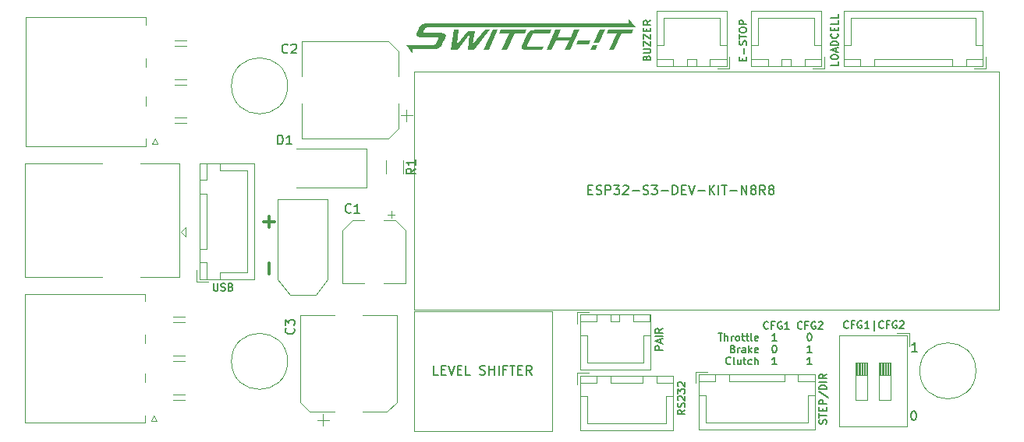
<source format=gbr>
%TF.GenerationSoftware,KiCad,Pcbnew,8.0.4*%
%TF.CreationDate,2024-12-04T14:23:44+01:00*%
%TF.ProjectId,ActivePedal,41637469-7665-4506-9564-616c2e6b6963,rev?*%
%TF.SameCoordinates,Original*%
%TF.FileFunction,Legend,Top*%
%TF.FilePolarity,Positive*%
%FSLAX46Y46*%
G04 Gerber Fmt 4.6, Leading zero omitted, Abs format (unit mm)*
G04 Created by KiCad (PCBNEW 8.0.4) date 2024-12-04 14:23:44*
%MOMM*%
%LPD*%
G01*
G04 APERTURE LIST*
%ADD10C,0.100000*%
%ADD11C,0.175000*%
%ADD12C,0.150000*%
%ADD13C,0.300000*%
%ADD14C,0.120000*%
%ADD15C,0.000000*%
G04 APERTURE END LIST*
D10*
X138811000Y-69046000D02*
G75*
G02*
X132715000Y-69046000I-3048000J0D01*
G01*
X132715000Y-69046000D02*
G75*
G02*
X138811000Y-69046000I3048000J0D01*
G01*
X64084000Y-68009000D02*
G75*
G02*
X57988000Y-68009000I-3048000J0D01*
G01*
X57988000Y-68009000D02*
G75*
G02*
X64084000Y-68009000I3048000J0D01*
G01*
X64084000Y-38037000D02*
G75*
G02*
X57988000Y-38037000I-3048000J0D01*
G01*
X57988000Y-38037000D02*
G75*
G02*
X64084000Y-38037000I3048000J0D01*
G01*
D11*
X132449035Y-66924519D02*
X131877607Y-66924519D01*
X132163321Y-66924519D02*
X132163321Y-65924519D01*
X132163321Y-65924519D02*
X132068083Y-66067376D01*
X132068083Y-66067376D02*
X131972845Y-66162614D01*
X131972845Y-66162614D02*
X131877607Y-66210233D01*
D12*
X124952303Y-64334104D02*
X124914207Y-64372200D01*
X124914207Y-64372200D02*
X124799922Y-64410295D01*
X124799922Y-64410295D02*
X124723731Y-64410295D01*
X124723731Y-64410295D02*
X124609445Y-64372200D01*
X124609445Y-64372200D02*
X124533255Y-64296009D01*
X124533255Y-64296009D02*
X124495160Y-64219819D01*
X124495160Y-64219819D02*
X124457064Y-64067438D01*
X124457064Y-64067438D02*
X124457064Y-63953152D01*
X124457064Y-63953152D02*
X124495160Y-63800771D01*
X124495160Y-63800771D02*
X124533255Y-63724580D01*
X124533255Y-63724580D02*
X124609445Y-63648390D01*
X124609445Y-63648390D02*
X124723731Y-63610295D01*
X124723731Y-63610295D02*
X124799922Y-63610295D01*
X124799922Y-63610295D02*
X124914207Y-63648390D01*
X124914207Y-63648390D02*
X124952303Y-63686485D01*
X125561826Y-63991247D02*
X125295160Y-63991247D01*
X125295160Y-64410295D02*
X125295160Y-63610295D01*
X125295160Y-63610295D02*
X125676112Y-63610295D01*
X126399921Y-63648390D02*
X126323731Y-63610295D01*
X126323731Y-63610295D02*
X126209445Y-63610295D01*
X126209445Y-63610295D02*
X126095159Y-63648390D01*
X126095159Y-63648390D02*
X126018969Y-63724580D01*
X126018969Y-63724580D02*
X125980874Y-63800771D01*
X125980874Y-63800771D02*
X125942778Y-63953152D01*
X125942778Y-63953152D02*
X125942778Y-64067438D01*
X125942778Y-64067438D02*
X125980874Y-64219819D01*
X125980874Y-64219819D02*
X126018969Y-64296009D01*
X126018969Y-64296009D02*
X126095159Y-64372200D01*
X126095159Y-64372200D02*
X126209445Y-64410295D01*
X126209445Y-64410295D02*
X126285636Y-64410295D01*
X126285636Y-64410295D02*
X126399921Y-64372200D01*
X126399921Y-64372200D02*
X126438017Y-64334104D01*
X126438017Y-64334104D02*
X126438017Y-64067438D01*
X126438017Y-64067438D02*
X126285636Y-64067438D01*
X127199921Y-64410295D02*
X126742778Y-64410295D01*
X126971350Y-64410295D02*
X126971350Y-63610295D01*
X126971350Y-63610295D02*
X126895159Y-63724580D01*
X126895159Y-63724580D02*
X126818969Y-63800771D01*
X126818969Y-63800771D02*
X126742778Y-63838866D01*
X127733255Y-64676961D02*
X127733255Y-63534104D01*
X128761827Y-64334104D02*
X128723731Y-64372200D01*
X128723731Y-64372200D02*
X128609446Y-64410295D01*
X128609446Y-64410295D02*
X128533255Y-64410295D01*
X128533255Y-64410295D02*
X128418969Y-64372200D01*
X128418969Y-64372200D02*
X128342779Y-64296009D01*
X128342779Y-64296009D02*
X128304684Y-64219819D01*
X128304684Y-64219819D02*
X128266588Y-64067438D01*
X128266588Y-64067438D02*
X128266588Y-63953152D01*
X128266588Y-63953152D02*
X128304684Y-63800771D01*
X128304684Y-63800771D02*
X128342779Y-63724580D01*
X128342779Y-63724580D02*
X128418969Y-63648390D01*
X128418969Y-63648390D02*
X128533255Y-63610295D01*
X128533255Y-63610295D02*
X128609446Y-63610295D01*
X128609446Y-63610295D02*
X128723731Y-63648390D01*
X128723731Y-63648390D02*
X128761827Y-63686485D01*
X129371350Y-63991247D02*
X129104684Y-63991247D01*
X129104684Y-64410295D02*
X129104684Y-63610295D01*
X129104684Y-63610295D02*
X129485636Y-63610295D01*
X130209445Y-63648390D02*
X130133255Y-63610295D01*
X130133255Y-63610295D02*
X130018969Y-63610295D01*
X130018969Y-63610295D02*
X129904683Y-63648390D01*
X129904683Y-63648390D02*
X129828493Y-63724580D01*
X129828493Y-63724580D02*
X129790398Y-63800771D01*
X129790398Y-63800771D02*
X129752302Y-63953152D01*
X129752302Y-63953152D02*
X129752302Y-64067438D01*
X129752302Y-64067438D02*
X129790398Y-64219819D01*
X129790398Y-64219819D02*
X129828493Y-64296009D01*
X129828493Y-64296009D02*
X129904683Y-64372200D01*
X129904683Y-64372200D02*
X130018969Y-64410295D01*
X130018969Y-64410295D02*
X130095160Y-64410295D01*
X130095160Y-64410295D02*
X130209445Y-64372200D01*
X130209445Y-64372200D02*
X130247541Y-64334104D01*
X130247541Y-64334104D02*
X130247541Y-64067438D01*
X130247541Y-64067438D02*
X130095160Y-64067438D01*
X130552302Y-63686485D02*
X130590398Y-63648390D01*
X130590398Y-63648390D02*
X130666588Y-63610295D01*
X130666588Y-63610295D02*
X130857064Y-63610295D01*
X130857064Y-63610295D02*
X130933255Y-63648390D01*
X130933255Y-63648390D02*
X130971350Y-63686485D01*
X130971350Y-63686485D02*
X131009445Y-63762676D01*
X131009445Y-63762676D02*
X131009445Y-63838866D01*
X131009445Y-63838866D02*
X130971350Y-63953152D01*
X130971350Y-63953152D02*
X130514207Y-64410295D01*
X130514207Y-64410295D02*
X131009445Y-64410295D01*
X103087247Y-34987173D02*
X103125342Y-34872887D01*
X103125342Y-34872887D02*
X103163438Y-34834792D01*
X103163438Y-34834792D02*
X103239628Y-34796696D01*
X103239628Y-34796696D02*
X103353914Y-34796696D01*
X103353914Y-34796696D02*
X103430104Y-34834792D01*
X103430104Y-34834792D02*
X103468200Y-34872887D01*
X103468200Y-34872887D02*
X103506295Y-34949077D01*
X103506295Y-34949077D02*
X103506295Y-35253839D01*
X103506295Y-35253839D02*
X102706295Y-35253839D01*
X102706295Y-35253839D02*
X102706295Y-34987173D01*
X102706295Y-34987173D02*
X102744390Y-34910982D01*
X102744390Y-34910982D02*
X102782485Y-34872887D01*
X102782485Y-34872887D02*
X102858676Y-34834792D01*
X102858676Y-34834792D02*
X102934866Y-34834792D01*
X102934866Y-34834792D02*
X103011057Y-34872887D01*
X103011057Y-34872887D02*
X103049152Y-34910982D01*
X103049152Y-34910982D02*
X103087247Y-34987173D01*
X103087247Y-34987173D02*
X103087247Y-35253839D01*
X102706295Y-34453839D02*
X103353914Y-34453839D01*
X103353914Y-34453839D02*
X103430104Y-34415744D01*
X103430104Y-34415744D02*
X103468200Y-34377649D01*
X103468200Y-34377649D02*
X103506295Y-34301458D01*
X103506295Y-34301458D02*
X103506295Y-34149077D01*
X103506295Y-34149077D02*
X103468200Y-34072887D01*
X103468200Y-34072887D02*
X103430104Y-34034792D01*
X103430104Y-34034792D02*
X103353914Y-33996696D01*
X103353914Y-33996696D02*
X102706295Y-33996696D01*
X102706295Y-33691935D02*
X102706295Y-33158601D01*
X102706295Y-33158601D02*
X103506295Y-33691935D01*
X103506295Y-33691935D02*
X103506295Y-33158601D01*
X102706295Y-32930030D02*
X102706295Y-32396696D01*
X102706295Y-32396696D02*
X103506295Y-32930030D01*
X103506295Y-32930030D02*
X103506295Y-32396696D01*
X103087247Y-32091934D02*
X103087247Y-31825268D01*
X103506295Y-31710982D02*
X103506295Y-32091934D01*
X103506295Y-32091934D02*
X102706295Y-32091934D01*
X102706295Y-32091934D02*
X102706295Y-31710982D01*
X103506295Y-30910981D02*
X103125342Y-31177648D01*
X103506295Y-31368124D02*
X102706295Y-31368124D01*
X102706295Y-31368124D02*
X102706295Y-31063362D01*
X102706295Y-31063362D02*
X102744390Y-30987172D01*
X102744390Y-30987172D02*
X102782485Y-30949077D01*
X102782485Y-30949077D02*
X102858676Y-30910981D01*
X102858676Y-30910981D02*
X102972961Y-30910981D01*
X102972961Y-30910981D02*
X103049152Y-30949077D01*
X103049152Y-30949077D02*
X103087247Y-30987172D01*
X103087247Y-30987172D02*
X103125342Y-31063362D01*
X103125342Y-31063362D02*
X103125342Y-31368124D01*
X116272173Y-64407239D02*
X116234077Y-64445335D01*
X116234077Y-64445335D02*
X116119792Y-64483430D01*
X116119792Y-64483430D02*
X116043601Y-64483430D01*
X116043601Y-64483430D02*
X115929315Y-64445335D01*
X115929315Y-64445335D02*
X115853125Y-64369144D01*
X115853125Y-64369144D02*
X115815030Y-64292954D01*
X115815030Y-64292954D02*
X115776934Y-64140573D01*
X115776934Y-64140573D02*
X115776934Y-64026287D01*
X115776934Y-64026287D02*
X115815030Y-63873906D01*
X115815030Y-63873906D02*
X115853125Y-63797715D01*
X115853125Y-63797715D02*
X115929315Y-63721525D01*
X115929315Y-63721525D02*
X116043601Y-63683430D01*
X116043601Y-63683430D02*
X116119792Y-63683430D01*
X116119792Y-63683430D02*
X116234077Y-63721525D01*
X116234077Y-63721525D02*
X116272173Y-63759620D01*
X116881696Y-64064382D02*
X116615030Y-64064382D01*
X116615030Y-64483430D02*
X116615030Y-63683430D01*
X116615030Y-63683430D02*
X116995982Y-63683430D01*
X117719791Y-63721525D02*
X117643601Y-63683430D01*
X117643601Y-63683430D02*
X117529315Y-63683430D01*
X117529315Y-63683430D02*
X117415029Y-63721525D01*
X117415029Y-63721525D02*
X117338839Y-63797715D01*
X117338839Y-63797715D02*
X117300744Y-63873906D01*
X117300744Y-63873906D02*
X117262648Y-64026287D01*
X117262648Y-64026287D02*
X117262648Y-64140573D01*
X117262648Y-64140573D02*
X117300744Y-64292954D01*
X117300744Y-64292954D02*
X117338839Y-64369144D01*
X117338839Y-64369144D02*
X117415029Y-64445335D01*
X117415029Y-64445335D02*
X117529315Y-64483430D01*
X117529315Y-64483430D02*
X117605506Y-64483430D01*
X117605506Y-64483430D02*
X117719791Y-64445335D01*
X117719791Y-64445335D02*
X117757887Y-64407239D01*
X117757887Y-64407239D02*
X117757887Y-64140573D01*
X117757887Y-64140573D02*
X117605506Y-64140573D01*
X118519791Y-64483430D02*
X118062648Y-64483430D01*
X118291220Y-64483430D02*
X118291220Y-63683430D01*
X118291220Y-63683430D02*
X118215029Y-63797715D01*
X118215029Y-63797715D02*
X118138839Y-63873906D01*
X118138839Y-63873906D02*
X118062648Y-63912001D01*
X119929316Y-64407239D02*
X119891220Y-64445335D01*
X119891220Y-64445335D02*
X119776935Y-64483430D01*
X119776935Y-64483430D02*
X119700744Y-64483430D01*
X119700744Y-64483430D02*
X119586458Y-64445335D01*
X119586458Y-64445335D02*
X119510268Y-64369144D01*
X119510268Y-64369144D02*
X119472173Y-64292954D01*
X119472173Y-64292954D02*
X119434077Y-64140573D01*
X119434077Y-64140573D02*
X119434077Y-64026287D01*
X119434077Y-64026287D02*
X119472173Y-63873906D01*
X119472173Y-63873906D02*
X119510268Y-63797715D01*
X119510268Y-63797715D02*
X119586458Y-63721525D01*
X119586458Y-63721525D02*
X119700744Y-63683430D01*
X119700744Y-63683430D02*
X119776935Y-63683430D01*
X119776935Y-63683430D02*
X119891220Y-63721525D01*
X119891220Y-63721525D02*
X119929316Y-63759620D01*
X120538839Y-64064382D02*
X120272173Y-64064382D01*
X120272173Y-64483430D02*
X120272173Y-63683430D01*
X120272173Y-63683430D02*
X120653125Y-63683430D01*
X121376934Y-63721525D02*
X121300744Y-63683430D01*
X121300744Y-63683430D02*
X121186458Y-63683430D01*
X121186458Y-63683430D02*
X121072172Y-63721525D01*
X121072172Y-63721525D02*
X120995982Y-63797715D01*
X120995982Y-63797715D02*
X120957887Y-63873906D01*
X120957887Y-63873906D02*
X120919791Y-64026287D01*
X120919791Y-64026287D02*
X120919791Y-64140573D01*
X120919791Y-64140573D02*
X120957887Y-64292954D01*
X120957887Y-64292954D02*
X120995982Y-64369144D01*
X120995982Y-64369144D02*
X121072172Y-64445335D01*
X121072172Y-64445335D02*
X121186458Y-64483430D01*
X121186458Y-64483430D02*
X121262649Y-64483430D01*
X121262649Y-64483430D02*
X121376934Y-64445335D01*
X121376934Y-64445335D02*
X121415030Y-64407239D01*
X121415030Y-64407239D02*
X121415030Y-64140573D01*
X121415030Y-64140573D02*
X121262649Y-64140573D01*
X121719791Y-63759620D02*
X121757887Y-63721525D01*
X121757887Y-63721525D02*
X121834077Y-63683430D01*
X121834077Y-63683430D02*
X122024553Y-63683430D01*
X122024553Y-63683430D02*
X122100744Y-63721525D01*
X122100744Y-63721525D02*
X122138839Y-63759620D01*
X122138839Y-63759620D02*
X122176934Y-63835811D01*
X122176934Y-63835811D02*
X122176934Y-63912001D01*
X122176934Y-63912001D02*
X122138839Y-64026287D01*
X122138839Y-64026287D02*
X121681696Y-64483430D01*
X121681696Y-64483430D02*
X122176934Y-64483430D01*
X110824550Y-64971385D02*
X111281693Y-64971385D01*
X111053121Y-65771385D02*
X111053121Y-64971385D01*
X111548360Y-65771385D02*
X111548360Y-64971385D01*
X111891217Y-65771385D02*
X111891217Y-65352337D01*
X111891217Y-65352337D02*
X111853122Y-65276147D01*
X111853122Y-65276147D02*
X111776931Y-65238051D01*
X111776931Y-65238051D02*
X111662645Y-65238051D01*
X111662645Y-65238051D02*
X111586455Y-65276147D01*
X111586455Y-65276147D02*
X111548360Y-65314242D01*
X112272170Y-65771385D02*
X112272170Y-65238051D01*
X112272170Y-65390432D02*
X112310265Y-65314242D01*
X112310265Y-65314242D02*
X112348360Y-65276147D01*
X112348360Y-65276147D02*
X112424551Y-65238051D01*
X112424551Y-65238051D02*
X112500741Y-65238051D01*
X112881693Y-65771385D02*
X112805503Y-65733290D01*
X112805503Y-65733290D02*
X112767408Y-65695194D01*
X112767408Y-65695194D02*
X112729312Y-65619004D01*
X112729312Y-65619004D02*
X112729312Y-65390432D01*
X112729312Y-65390432D02*
X112767408Y-65314242D01*
X112767408Y-65314242D02*
X112805503Y-65276147D01*
X112805503Y-65276147D02*
X112881693Y-65238051D01*
X112881693Y-65238051D02*
X112995979Y-65238051D01*
X112995979Y-65238051D02*
X113072170Y-65276147D01*
X113072170Y-65276147D02*
X113110265Y-65314242D01*
X113110265Y-65314242D02*
X113148360Y-65390432D01*
X113148360Y-65390432D02*
X113148360Y-65619004D01*
X113148360Y-65619004D02*
X113110265Y-65695194D01*
X113110265Y-65695194D02*
X113072170Y-65733290D01*
X113072170Y-65733290D02*
X112995979Y-65771385D01*
X112995979Y-65771385D02*
X112881693Y-65771385D01*
X113376932Y-65238051D02*
X113681694Y-65238051D01*
X113491218Y-64971385D02*
X113491218Y-65657099D01*
X113491218Y-65657099D02*
X113529313Y-65733290D01*
X113529313Y-65733290D02*
X113605503Y-65771385D01*
X113605503Y-65771385D02*
X113681694Y-65771385D01*
X113834075Y-65238051D02*
X114138837Y-65238051D01*
X113948361Y-64971385D02*
X113948361Y-65657099D01*
X113948361Y-65657099D02*
X113986456Y-65733290D01*
X113986456Y-65733290D02*
X114062646Y-65771385D01*
X114062646Y-65771385D02*
X114138837Y-65771385D01*
X114519789Y-65771385D02*
X114443599Y-65733290D01*
X114443599Y-65733290D02*
X114405504Y-65657099D01*
X114405504Y-65657099D02*
X114405504Y-64971385D01*
X115129314Y-65733290D02*
X115053123Y-65771385D01*
X115053123Y-65771385D02*
X114900742Y-65771385D01*
X114900742Y-65771385D02*
X114824552Y-65733290D01*
X114824552Y-65733290D02*
X114786456Y-65657099D01*
X114786456Y-65657099D02*
X114786456Y-65352337D01*
X114786456Y-65352337D02*
X114824552Y-65276147D01*
X114824552Y-65276147D02*
X114900742Y-65238051D01*
X114900742Y-65238051D02*
X115053123Y-65238051D01*
X115053123Y-65238051D02*
X115129314Y-65276147D01*
X115129314Y-65276147D02*
X115167409Y-65352337D01*
X115167409Y-65352337D02*
X115167409Y-65428528D01*
X115167409Y-65428528D02*
X114786456Y-65504718D01*
X117148361Y-65771385D02*
X116691218Y-65771385D01*
X116919790Y-65771385D02*
X116919790Y-64971385D01*
X116919790Y-64971385D02*
X116843599Y-65085670D01*
X116843599Y-65085670D02*
X116767409Y-65161861D01*
X116767409Y-65161861D02*
X116691218Y-65199956D01*
X120691220Y-64971385D02*
X120767410Y-64971385D01*
X120767410Y-64971385D02*
X120843601Y-65009480D01*
X120843601Y-65009480D02*
X120881696Y-65047575D01*
X120881696Y-65047575D02*
X120919791Y-65123766D01*
X120919791Y-65123766D02*
X120957886Y-65276147D01*
X120957886Y-65276147D02*
X120957886Y-65466623D01*
X120957886Y-65466623D02*
X120919791Y-65619004D01*
X120919791Y-65619004D02*
X120881696Y-65695194D01*
X120881696Y-65695194D02*
X120843601Y-65733290D01*
X120843601Y-65733290D02*
X120767410Y-65771385D01*
X120767410Y-65771385D02*
X120691220Y-65771385D01*
X120691220Y-65771385D02*
X120615029Y-65733290D01*
X120615029Y-65733290D02*
X120576934Y-65695194D01*
X120576934Y-65695194D02*
X120538839Y-65619004D01*
X120538839Y-65619004D02*
X120500743Y-65466623D01*
X120500743Y-65466623D02*
X120500743Y-65276147D01*
X120500743Y-65276147D02*
X120538839Y-65123766D01*
X120538839Y-65123766D02*
X120576934Y-65047575D01*
X120576934Y-65047575D02*
X120615029Y-65009480D01*
X120615029Y-65009480D02*
X120691220Y-64971385D01*
X112424551Y-66640292D02*
X112538837Y-66678387D01*
X112538837Y-66678387D02*
X112576932Y-66716483D01*
X112576932Y-66716483D02*
X112615028Y-66792673D01*
X112615028Y-66792673D02*
X112615028Y-66906959D01*
X112615028Y-66906959D02*
X112576932Y-66983149D01*
X112576932Y-66983149D02*
X112538837Y-67021245D01*
X112538837Y-67021245D02*
X112462647Y-67059340D01*
X112462647Y-67059340D02*
X112157885Y-67059340D01*
X112157885Y-67059340D02*
X112157885Y-66259340D01*
X112157885Y-66259340D02*
X112424551Y-66259340D01*
X112424551Y-66259340D02*
X112500742Y-66297435D01*
X112500742Y-66297435D02*
X112538837Y-66335530D01*
X112538837Y-66335530D02*
X112576932Y-66411721D01*
X112576932Y-66411721D02*
X112576932Y-66487911D01*
X112576932Y-66487911D02*
X112538837Y-66564102D01*
X112538837Y-66564102D02*
X112500742Y-66602197D01*
X112500742Y-66602197D02*
X112424551Y-66640292D01*
X112424551Y-66640292D02*
X112157885Y-66640292D01*
X112957885Y-67059340D02*
X112957885Y-66526006D01*
X112957885Y-66678387D02*
X112995980Y-66602197D01*
X112995980Y-66602197D02*
X113034075Y-66564102D01*
X113034075Y-66564102D02*
X113110266Y-66526006D01*
X113110266Y-66526006D02*
X113186456Y-66526006D01*
X113795980Y-67059340D02*
X113795980Y-66640292D01*
X113795980Y-66640292D02*
X113757885Y-66564102D01*
X113757885Y-66564102D02*
X113681694Y-66526006D01*
X113681694Y-66526006D02*
X113529313Y-66526006D01*
X113529313Y-66526006D02*
X113453123Y-66564102D01*
X113795980Y-67021245D02*
X113719789Y-67059340D01*
X113719789Y-67059340D02*
X113529313Y-67059340D01*
X113529313Y-67059340D02*
X113453123Y-67021245D01*
X113453123Y-67021245D02*
X113415027Y-66945054D01*
X113415027Y-66945054D02*
X113415027Y-66868864D01*
X113415027Y-66868864D02*
X113453123Y-66792673D01*
X113453123Y-66792673D02*
X113529313Y-66754578D01*
X113529313Y-66754578D02*
X113719789Y-66754578D01*
X113719789Y-66754578D02*
X113795980Y-66716483D01*
X114176933Y-67059340D02*
X114176933Y-66259340D01*
X114253123Y-66754578D02*
X114481695Y-67059340D01*
X114481695Y-66526006D02*
X114176933Y-66830768D01*
X115129314Y-67021245D02*
X115053123Y-67059340D01*
X115053123Y-67059340D02*
X114900742Y-67059340D01*
X114900742Y-67059340D02*
X114824552Y-67021245D01*
X114824552Y-67021245D02*
X114786456Y-66945054D01*
X114786456Y-66945054D02*
X114786456Y-66640292D01*
X114786456Y-66640292D02*
X114824552Y-66564102D01*
X114824552Y-66564102D02*
X114900742Y-66526006D01*
X114900742Y-66526006D02*
X115053123Y-66526006D01*
X115053123Y-66526006D02*
X115129314Y-66564102D01*
X115129314Y-66564102D02*
X115167409Y-66640292D01*
X115167409Y-66640292D02*
X115167409Y-66716483D01*
X115167409Y-66716483D02*
X114786456Y-66792673D01*
X116881695Y-66259340D02*
X116957885Y-66259340D01*
X116957885Y-66259340D02*
X117034076Y-66297435D01*
X117034076Y-66297435D02*
X117072171Y-66335530D01*
X117072171Y-66335530D02*
X117110266Y-66411721D01*
X117110266Y-66411721D02*
X117148361Y-66564102D01*
X117148361Y-66564102D02*
X117148361Y-66754578D01*
X117148361Y-66754578D02*
X117110266Y-66906959D01*
X117110266Y-66906959D02*
X117072171Y-66983149D01*
X117072171Y-66983149D02*
X117034076Y-67021245D01*
X117034076Y-67021245D02*
X116957885Y-67059340D01*
X116957885Y-67059340D02*
X116881695Y-67059340D01*
X116881695Y-67059340D02*
X116805504Y-67021245D01*
X116805504Y-67021245D02*
X116767409Y-66983149D01*
X116767409Y-66983149D02*
X116729314Y-66906959D01*
X116729314Y-66906959D02*
X116691218Y-66754578D01*
X116691218Y-66754578D02*
X116691218Y-66564102D01*
X116691218Y-66564102D02*
X116729314Y-66411721D01*
X116729314Y-66411721D02*
X116767409Y-66335530D01*
X116767409Y-66335530D02*
X116805504Y-66297435D01*
X116805504Y-66297435D02*
X116881695Y-66259340D01*
X120957886Y-67059340D02*
X120500743Y-67059340D01*
X120729315Y-67059340D02*
X120729315Y-66259340D01*
X120729315Y-66259340D02*
X120653124Y-66373625D01*
X120653124Y-66373625D02*
X120576934Y-66449816D01*
X120576934Y-66449816D02*
X120500743Y-66487911D01*
X112157884Y-68271104D02*
X112119788Y-68309200D01*
X112119788Y-68309200D02*
X112005503Y-68347295D01*
X112005503Y-68347295D02*
X111929312Y-68347295D01*
X111929312Y-68347295D02*
X111815026Y-68309200D01*
X111815026Y-68309200D02*
X111738836Y-68233009D01*
X111738836Y-68233009D02*
X111700741Y-68156819D01*
X111700741Y-68156819D02*
X111662645Y-68004438D01*
X111662645Y-68004438D02*
X111662645Y-67890152D01*
X111662645Y-67890152D02*
X111700741Y-67737771D01*
X111700741Y-67737771D02*
X111738836Y-67661580D01*
X111738836Y-67661580D02*
X111815026Y-67585390D01*
X111815026Y-67585390D02*
X111929312Y-67547295D01*
X111929312Y-67547295D02*
X112005503Y-67547295D01*
X112005503Y-67547295D02*
X112119788Y-67585390D01*
X112119788Y-67585390D02*
X112157884Y-67623485D01*
X112615026Y-68347295D02*
X112538836Y-68309200D01*
X112538836Y-68309200D02*
X112500741Y-68233009D01*
X112500741Y-68233009D02*
X112500741Y-67547295D01*
X113262646Y-67813961D02*
X113262646Y-68347295D01*
X112919789Y-67813961D02*
X112919789Y-68233009D01*
X112919789Y-68233009D02*
X112957884Y-68309200D01*
X112957884Y-68309200D02*
X113034074Y-68347295D01*
X113034074Y-68347295D02*
X113148360Y-68347295D01*
X113148360Y-68347295D02*
X113224551Y-68309200D01*
X113224551Y-68309200D02*
X113262646Y-68271104D01*
X113529313Y-67813961D02*
X113834075Y-67813961D01*
X113643599Y-67547295D02*
X113643599Y-68233009D01*
X113643599Y-68233009D02*
X113681694Y-68309200D01*
X113681694Y-68309200D02*
X113757884Y-68347295D01*
X113757884Y-68347295D02*
X113834075Y-68347295D01*
X114443599Y-68309200D02*
X114367408Y-68347295D01*
X114367408Y-68347295D02*
X114215027Y-68347295D01*
X114215027Y-68347295D02*
X114138837Y-68309200D01*
X114138837Y-68309200D02*
X114100742Y-68271104D01*
X114100742Y-68271104D02*
X114062646Y-68194914D01*
X114062646Y-68194914D02*
X114062646Y-67966342D01*
X114062646Y-67966342D02*
X114100742Y-67890152D01*
X114100742Y-67890152D02*
X114138837Y-67852057D01*
X114138837Y-67852057D02*
X114215027Y-67813961D01*
X114215027Y-67813961D02*
X114367408Y-67813961D01*
X114367408Y-67813961D02*
X114443599Y-67852057D01*
X114786456Y-68347295D02*
X114786456Y-67547295D01*
X115129313Y-68347295D02*
X115129313Y-67928247D01*
X115129313Y-67928247D02*
X115091218Y-67852057D01*
X115091218Y-67852057D02*
X115015027Y-67813961D01*
X115015027Y-67813961D02*
X114900741Y-67813961D01*
X114900741Y-67813961D02*
X114824551Y-67852057D01*
X114824551Y-67852057D02*
X114786456Y-67890152D01*
X117148361Y-68347295D02*
X116691218Y-68347295D01*
X116919790Y-68347295D02*
X116919790Y-67547295D01*
X116919790Y-67547295D02*
X116843599Y-67661580D01*
X116843599Y-67661580D02*
X116767409Y-67737771D01*
X116767409Y-67737771D02*
X116691218Y-67775866D01*
X120957886Y-68347295D02*
X120500743Y-68347295D01*
X120729315Y-68347295D02*
X120729315Y-67547295D01*
X120729315Y-67547295D02*
X120653124Y-67661580D01*
X120653124Y-67661580D02*
X120576934Y-67737771D01*
X120576934Y-67737771D02*
X120500743Y-67775866D01*
X104796295Y-66766839D02*
X103996295Y-66766839D01*
X103996295Y-66766839D02*
X103996295Y-66462077D01*
X103996295Y-66462077D02*
X104034390Y-66385887D01*
X104034390Y-66385887D02*
X104072485Y-66347792D01*
X104072485Y-66347792D02*
X104148676Y-66309696D01*
X104148676Y-66309696D02*
X104262961Y-66309696D01*
X104262961Y-66309696D02*
X104339152Y-66347792D01*
X104339152Y-66347792D02*
X104377247Y-66385887D01*
X104377247Y-66385887D02*
X104415342Y-66462077D01*
X104415342Y-66462077D02*
X104415342Y-66766839D01*
X104567723Y-66004935D02*
X104567723Y-65623982D01*
X104796295Y-66081125D02*
X103996295Y-65814458D01*
X103996295Y-65814458D02*
X104796295Y-65547792D01*
X104796295Y-65281125D02*
X103996295Y-65281125D01*
X104796295Y-64443030D02*
X104415342Y-64709697D01*
X104796295Y-64900173D02*
X103996295Y-64900173D01*
X103996295Y-64900173D02*
X103996295Y-64595411D01*
X103996295Y-64595411D02*
X104034390Y-64519221D01*
X104034390Y-64519221D02*
X104072485Y-64481126D01*
X104072485Y-64481126D02*
X104148676Y-64443030D01*
X104148676Y-64443030D02*
X104262961Y-64443030D01*
X104262961Y-64443030D02*
X104339152Y-64481126D01*
X104339152Y-64481126D02*
X104377247Y-64519221D01*
X104377247Y-64519221D02*
X104415342Y-64595411D01*
X104415342Y-64595411D02*
X104415342Y-64900173D01*
D11*
X56058607Y-59544995D02*
X56058607Y-60192614D01*
X56058607Y-60192614D02*
X56096702Y-60268804D01*
X56096702Y-60268804D02*
X56134797Y-60306900D01*
X56134797Y-60306900D02*
X56210988Y-60344995D01*
X56210988Y-60344995D02*
X56363369Y-60344995D01*
X56363369Y-60344995D02*
X56439559Y-60306900D01*
X56439559Y-60306900D02*
X56477654Y-60268804D01*
X56477654Y-60268804D02*
X56515750Y-60192614D01*
X56515750Y-60192614D02*
X56515750Y-59544995D01*
X56858606Y-60306900D02*
X56972892Y-60344995D01*
X56972892Y-60344995D02*
X57163368Y-60344995D01*
X57163368Y-60344995D02*
X57239559Y-60306900D01*
X57239559Y-60306900D02*
X57277654Y-60268804D01*
X57277654Y-60268804D02*
X57315749Y-60192614D01*
X57315749Y-60192614D02*
X57315749Y-60116423D01*
X57315749Y-60116423D02*
X57277654Y-60040233D01*
X57277654Y-60040233D02*
X57239559Y-60002138D01*
X57239559Y-60002138D02*
X57163368Y-59964042D01*
X57163368Y-59964042D02*
X57010987Y-59925947D01*
X57010987Y-59925947D02*
X56934797Y-59887852D01*
X56934797Y-59887852D02*
X56896702Y-59849757D01*
X56896702Y-59849757D02*
X56858606Y-59773566D01*
X56858606Y-59773566D02*
X56858606Y-59697376D01*
X56858606Y-59697376D02*
X56896702Y-59621185D01*
X56896702Y-59621185D02*
X56934797Y-59583090D01*
X56934797Y-59583090D02*
X57010987Y-59544995D01*
X57010987Y-59544995D02*
X57201464Y-59544995D01*
X57201464Y-59544995D02*
X57315749Y-59583090D01*
X57925273Y-59925947D02*
X58039559Y-59964042D01*
X58039559Y-59964042D02*
X58077654Y-60002138D01*
X58077654Y-60002138D02*
X58115750Y-60078328D01*
X58115750Y-60078328D02*
X58115750Y-60192614D01*
X58115750Y-60192614D02*
X58077654Y-60268804D01*
X58077654Y-60268804D02*
X58039559Y-60306900D01*
X58039559Y-60306900D02*
X57963369Y-60344995D01*
X57963369Y-60344995D02*
X57658607Y-60344995D01*
X57658607Y-60344995D02*
X57658607Y-59544995D01*
X57658607Y-59544995D02*
X57925273Y-59544995D01*
X57925273Y-59544995D02*
X58001464Y-59583090D01*
X58001464Y-59583090D02*
X58039559Y-59621185D01*
X58039559Y-59621185D02*
X58077654Y-59697376D01*
X58077654Y-59697376D02*
X58077654Y-59773566D01*
X58077654Y-59773566D02*
X58039559Y-59849757D01*
X58039559Y-59849757D02*
X58001464Y-59887852D01*
X58001464Y-59887852D02*
X57925273Y-59925947D01*
X57925273Y-59925947D02*
X57658607Y-59925947D01*
D12*
X113481247Y-35270839D02*
X113481247Y-35004173D01*
X113900295Y-34889887D02*
X113900295Y-35270839D01*
X113900295Y-35270839D02*
X113100295Y-35270839D01*
X113100295Y-35270839D02*
X113100295Y-34889887D01*
X113595533Y-34547029D02*
X113595533Y-33937506D01*
X113862200Y-33594649D02*
X113900295Y-33480363D01*
X113900295Y-33480363D02*
X113900295Y-33289887D01*
X113900295Y-33289887D02*
X113862200Y-33213696D01*
X113862200Y-33213696D02*
X113824104Y-33175601D01*
X113824104Y-33175601D02*
X113747914Y-33137506D01*
X113747914Y-33137506D02*
X113671723Y-33137506D01*
X113671723Y-33137506D02*
X113595533Y-33175601D01*
X113595533Y-33175601D02*
X113557438Y-33213696D01*
X113557438Y-33213696D02*
X113519342Y-33289887D01*
X113519342Y-33289887D02*
X113481247Y-33442268D01*
X113481247Y-33442268D02*
X113443152Y-33518458D01*
X113443152Y-33518458D02*
X113405057Y-33556553D01*
X113405057Y-33556553D02*
X113328866Y-33594649D01*
X113328866Y-33594649D02*
X113252676Y-33594649D01*
X113252676Y-33594649D02*
X113176485Y-33556553D01*
X113176485Y-33556553D02*
X113138390Y-33518458D01*
X113138390Y-33518458D02*
X113100295Y-33442268D01*
X113100295Y-33442268D02*
X113100295Y-33251791D01*
X113100295Y-33251791D02*
X113138390Y-33137506D01*
X113100295Y-32908934D02*
X113100295Y-32451791D01*
X113900295Y-32680363D02*
X113100295Y-32680363D01*
X113100295Y-32032743D02*
X113100295Y-31880362D01*
X113100295Y-31880362D02*
X113138390Y-31804172D01*
X113138390Y-31804172D02*
X113214580Y-31727981D01*
X113214580Y-31727981D02*
X113366961Y-31689886D01*
X113366961Y-31689886D02*
X113633628Y-31689886D01*
X113633628Y-31689886D02*
X113786009Y-31727981D01*
X113786009Y-31727981D02*
X113862200Y-31804172D01*
X113862200Y-31804172D02*
X113900295Y-31880362D01*
X113900295Y-31880362D02*
X113900295Y-32032743D01*
X113900295Y-32032743D02*
X113862200Y-32108934D01*
X113862200Y-32108934D02*
X113786009Y-32185124D01*
X113786009Y-32185124D02*
X113633628Y-32223220D01*
X113633628Y-32223220D02*
X113366961Y-32223220D01*
X113366961Y-32223220D02*
X113214580Y-32185124D01*
X113214580Y-32185124D02*
X113138390Y-32108934D01*
X113138390Y-32108934D02*
X113100295Y-32032743D01*
X113900295Y-31347029D02*
X113100295Y-31347029D01*
X113100295Y-31347029D02*
X113100295Y-31042267D01*
X113100295Y-31042267D02*
X113138390Y-30966077D01*
X113138390Y-30966077D02*
X113176485Y-30927982D01*
X113176485Y-30927982D02*
X113252676Y-30889886D01*
X113252676Y-30889886D02*
X113366961Y-30889886D01*
X113366961Y-30889886D02*
X113443152Y-30927982D01*
X113443152Y-30927982D02*
X113481247Y-30966077D01*
X113481247Y-30966077D02*
X113519342Y-31042267D01*
X113519342Y-31042267D02*
X113519342Y-31347029D01*
D11*
X131988702Y-73417519D02*
X132083940Y-73417519D01*
X132083940Y-73417519D02*
X132179178Y-73465138D01*
X132179178Y-73465138D02*
X132226797Y-73512757D01*
X132226797Y-73512757D02*
X132274416Y-73607995D01*
X132274416Y-73607995D02*
X132322035Y-73798471D01*
X132322035Y-73798471D02*
X132322035Y-74036566D01*
X132322035Y-74036566D02*
X132274416Y-74227042D01*
X132274416Y-74227042D02*
X132226797Y-74322280D01*
X132226797Y-74322280D02*
X132179178Y-74369900D01*
X132179178Y-74369900D02*
X132083940Y-74417519D01*
X132083940Y-74417519D02*
X131988702Y-74417519D01*
X131988702Y-74417519D02*
X131893464Y-74369900D01*
X131893464Y-74369900D02*
X131845845Y-74322280D01*
X131845845Y-74322280D02*
X131798226Y-74227042D01*
X131798226Y-74227042D02*
X131750607Y-74036566D01*
X131750607Y-74036566D02*
X131750607Y-73798471D01*
X131750607Y-73798471D02*
X131798226Y-73607995D01*
X131798226Y-73607995D02*
X131845845Y-73512757D01*
X131845845Y-73512757D02*
X131893464Y-73465138D01*
X131893464Y-73465138D02*
X131988702Y-73417519D01*
D12*
X123846295Y-35397887D02*
X123846295Y-35778839D01*
X123846295Y-35778839D02*
X123046295Y-35778839D01*
X123046295Y-34978839D02*
X123046295Y-34826458D01*
X123046295Y-34826458D02*
X123084390Y-34750268D01*
X123084390Y-34750268D02*
X123160580Y-34674077D01*
X123160580Y-34674077D02*
X123312961Y-34635982D01*
X123312961Y-34635982D02*
X123579628Y-34635982D01*
X123579628Y-34635982D02*
X123732009Y-34674077D01*
X123732009Y-34674077D02*
X123808200Y-34750268D01*
X123808200Y-34750268D02*
X123846295Y-34826458D01*
X123846295Y-34826458D02*
X123846295Y-34978839D01*
X123846295Y-34978839D02*
X123808200Y-35055030D01*
X123808200Y-35055030D02*
X123732009Y-35131220D01*
X123732009Y-35131220D02*
X123579628Y-35169316D01*
X123579628Y-35169316D02*
X123312961Y-35169316D01*
X123312961Y-35169316D02*
X123160580Y-35131220D01*
X123160580Y-35131220D02*
X123084390Y-35055030D01*
X123084390Y-35055030D02*
X123046295Y-34978839D01*
X123617723Y-34331221D02*
X123617723Y-33950268D01*
X123846295Y-34407411D02*
X123046295Y-34140744D01*
X123046295Y-34140744D02*
X123846295Y-33874078D01*
X123846295Y-33607411D02*
X123046295Y-33607411D01*
X123046295Y-33607411D02*
X123046295Y-33416935D01*
X123046295Y-33416935D02*
X123084390Y-33302649D01*
X123084390Y-33302649D02*
X123160580Y-33226459D01*
X123160580Y-33226459D02*
X123236771Y-33188364D01*
X123236771Y-33188364D02*
X123389152Y-33150268D01*
X123389152Y-33150268D02*
X123503438Y-33150268D01*
X123503438Y-33150268D02*
X123655819Y-33188364D01*
X123655819Y-33188364D02*
X123732009Y-33226459D01*
X123732009Y-33226459D02*
X123808200Y-33302649D01*
X123808200Y-33302649D02*
X123846295Y-33416935D01*
X123846295Y-33416935D02*
X123846295Y-33607411D01*
X123770104Y-32350268D02*
X123808200Y-32388364D01*
X123808200Y-32388364D02*
X123846295Y-32502649D01*
X123846295Y-32502649D02*
X123846295Y-32578840D01*
X123846295Y-32578840D02*
X123808200Y-32693126D01*
X123808200Y-32693126D02*
X123732009Y-32769316D01*
X123732009Y-32769316D02*
X123655819Y-32807411D01*
X123655819Y-32807411D02*
X123503438Y-32845507D01*
X123503438Y-32845507D02*
X123389152Y-32845507D01*
X123389152Y-32845507D02*
X123236771Y-32807411D01*
X123236771Y-32807411D02*
X123160580Y-32769316D01*
X123160580Y-32769316D02*
X123084390Y-32693126D01*
X123084390Y-32693126D02*
X123046295Y-32578840D01*
X123046295Y-32578840D02*
X123046295Y-32502649D01*
X123046295Y-32502649D02*
X123084390Y-32388364D01*
X123084390Y-32388364D02*
X123122485Y-32350268D01*
X123427247Y-32007411D02*
X123427247Y-31740745D01*
X123846295Y-31626459D02*
X123846295Y-32007411D01*
X123846295Y-32007411D02*
X123046295Y-32007411D01*
X123046295Y-32007411D02*
X123046295Y-31626459D01*
X123846295Y-30902649D02*
X123846295Y-31283601D01*
X123846295Y-31283601D02*
X123046295Y-31283601D01*
X123846295Y-30255030D02*
X123846295Y-30635982D01*
X123846295Y-30635982D02*
X123046295Y-30635982D01*
X80441969Y-69465819D02*
X79965779Y-69465819D01*
X79965779Y-69465819D02*
X79965779Y-68465819D01*
X80775303Y-68942009D02*
X81108636Y-68942009D01*
X81251493Y-69465819D02*
X80775303Y-69465819D01*
X80775303Y-69465819D02*
X80775303Y-68465819D01*
X80775303Y-68465819D02*
X81251493Y-68465819D01*
X81537208Y-68465819D02*
X81870541Y-69465819D01*
X81870541Y-69465819D02*
X82203874Y-68465819D01*
X82537208Y-68942009D02*
X82870541Y-68942009D01*
X83013398Y-69465819D02*
X82537208Y-69465819D01*
X82537208Y-69465819D02*
X82537208Y-68465819D01*
X82537208Y-68465819D02*
X83013398Y-68465819D01*
X83918160Y-69465819D02*
X83441970Y-69465819D01*
X83441970Y-69465819D02*
X83441970Y-68465819D01*
X84965780Y-69418200D02*
X85108637Y-69465819D01*
X85108637Y-69465819D02*
X85346732Y-69465819D01*
X85346732Y-69465819D02*
X85441970Y-69418200D01*
X85441970Y-69418200D02*
X85489589Y-69370580D01*
X85489589Y-69370580D02*
X85537208Y-69275342D01*
X85537208Y-69275342D02*
X85537208Y-69180104D01*
X85537208Y-69180104D02*
X85489589Y-69084866D01*
X85489589Y-69084866D02*
X85441970Y-69037247D01*
X85441970Y-69037247D02*
X85346732Y-68989628D01*
X85346732Y-68989628D02*
X85156256Y-68942009D01*
X85156256Y-68942009D02*
X85061018Y-68894390D01*
X85061018Y-68894390D02*
X85013399Y-68846771D01*
X85013399Y-68846771D02*
X84965780Y-68751533D01*
X84965780Y-68751533D02*
X84965780Y-68656295D01*
X84965780Y-68656295D02*
X85013399Y-68561057D01*
X85013399Y-68561057D02*
X85061018Y-68513438D01*
X85061018Y-68513438D02*
X85156256Y-68465819D01*
X85156256Y-68465819D02*
X85394351Y-68465819D01*
X85394351Y-68465819D02*
X85537208Y-68513438D01*
X85965780Y-69465819D02*
X85965780Y-68465819D01*
X85965780Y-68942009D02*
X86537208Y-68942009D01*
X86537208Y-69465819D02*
X86537208Y-68465819D01*
X87013399Y-69465819D02*
X87013399Y-68465819D01*
X87822922Y-68942009D02*
X87489589Y-68942009D01*
X87489589Y-69465819D02*
X87489589Y-68465819D01*
X87489589Y-68465819D02*
X87965779Y-68465819D01*
X88203875Y-68465819D02*
X88775303Y-68465819D01*
X88489589Y-69465819D02*
X88489589Y-68465819D01*
X89108637Y-68942009D02*
X89441970Y-68942009D01*
X89584827Y-69465819D02*
X89108637Y-69465819D01*
X89108637Y-69465819D02*
X89108637Y-68465819D01*
X89108637Y-68465819D02*
X89584827Y-68465819D01*
X90584827Y-69465819D02*
X90251494Y-68989628D01*
X90013399Y-69465819D02*
X90013399Y-68465819D01*
X90013399Y-68465819D02*
X90394351Y-68465819D01*
X90394351Y-68465819D02*
X90489589Y-68513438D01*
X90489589Y-68513438D02*
X90537208Y-68561057D01*
X90537208Y-68561057D02*
X90584827Y-68656295D01*
X90584827Y-68656295D02*
X90584827Y-68799152D01*
X90584827Y-68799152D02*
X90537208Y-68894390D01*
X90537208Y-68894390D02*
X90489589Y-68942009D01*
X90489589Y-68942009D02*
X90394351Y-68989628D01*
X90394351Y-68989628D02*
X90013399Y-68989628D01*
X107209295Y-73294696D02*
X106828342Y-73561363D01*
X107209295Y-73751839D02*
X106409295Y-73751839D01*
X106409295Y-73751839D02*
X106409295Y-73447077D01*
X106409295Y-73447077D02*
X106447390Y-73370887D01*
X106447390Y-73370887D02*
X106485485Y-73332792D01*
X106485485Y-73332792D02*
X106561676Y-73294696D01*
X106561676Y-73294696D02*
X106675961Y-73294696D01*
X106675961Y-73294696D02*
X106752152Y-73332792D01*
X106752152Y-73332792D02*
X106790247Y-73370887D01*
X106790247Y-73370887D02*
X106828342Y-73447077D01*
X106828342Y-73447077D02*
X106828342Y-73751839D01*
X107171200Y-72989935D02*
X107209295Y-72875649D01*
X107209295Y-72875649D02*
X107209295Y-72685173D01*
X107209295Y-72685173D02*
X107171200Y-72608982D01*
X107171200Y-72608982D02*
X107133104Y-72570887D01*
X107133104Y-72570887D02*
X107056914Y-72532792D01*
X107056914Y-72532792D02*
X106980723Y-72532792D01*
X106980723Y-72532792D02*
X106904533Y-72570887D01*
X106904533Y-72570887D02*
X106866438Y-72608982D01*
X106866438Y-72608982D02*
X106828342Y-72685173D01*
X106828342Y-72685173D02*
X106790247Y-72837554D01*
X106790247Y-72837554D02*
X106752152Y-72913744D01*
X106752152Y-72913744D02*
X106714057Y-72951839D01*
X106714057Y-72951839D02*
X106637866Y-72989935D01*
X106637866Y-72989935D02*
X106561676Y-72989935D01*
X106561676Y-72989935D02*
X106485485Y-72951839D01*
X106485485Y-72951839D02*
X106447390Y-72913744D01*
X106447390Y-72913744D02*
X106409295Y-72837554D01*
X106409295Y-72837554D02*
X106409295Y-72647077D01*
X106409295Y-72647077D02*
X106447390Y-72532792D01*
X106485485Y-72228030D02*
X106447390Y-72189934D01*
X106447390Y-72189934D02*
X106409295Y-72113744D01*
X106409295Y-72113744D02*
X106409295Y-71923268D01*
X106409295Y-71923268D02*
X106447390Y-71847077D01*
X106447390Y-71847077D02*
X106485485Y-71808982D01*
X106485485Y-71808982D02*
X106561676Y-71770887D01*
X106561676Y-71770887D02*
X106637866Y-71770887D01*
X106637866Y-71770887D02*
X106752152Y-71808982D01*
X106752152Y-71808982D02*
X107209295Y-72266125D01*
X107209295Y-72266125D02*
X107209295Y-71770887D01*
X106409295Y-71504220D02*
X106409295Y-71008982D01*
X106409295Y-71008982D02*
X106714057Y-71275648D01*
X106714057Y-71275648D02*
X106714057Y-71161363D01*
X106714057Y-71161363D02*
X106752152Y-71085172D01*
X106752152Y-71085172D02*
X106790247Y-71047077D01*
X106790247Y-71047077D02*
X106866438Y-71008982D01*
X106866438Y-71008982D02*
X107056914Y-71008982D01*
X107056914Y-71008982D02*
X107133104Y-71047077D01*
X107133104Y-71047077D02*
X107171200Y-71085172D01*
X107171200Y-71085172D02*
X107209295Y-71161363D01*
X107209295Y-71161363D02*
X107209295Y-71389934D01*
X107209295Y-71389934D02*
X107171200Y-71466125D01*
X107171200Y-71466125D02*
X107133104Y-71504220D01*
X106485485Y-70704220D02*
X106447390Y-70666124D01*
X106447390Y-70666124D02*
X106409295Y-70589934D01*
X106409295Y-70589934D02*
X106409295Y-70399458D01*
X106409295Y-70399458D02*
X106447390Y-70323267D01*
X106447390Y-70323267D02*
X106485485Y-70285172D01*
X106485485Y-70285172D02*
X106561676Y-70247077D01*
X106561676Y-70247077D02*
X106637866Y-70247077D01*
X106637866Y-70247077D02*
X106752152Y-70285172D01*
X106752152Y-70285172D02*
X107209295Y-70742315D01*
X107209295Y-70742315D02*
X107209295Y-70247077D01*
X122538200Y-74805935D02*
X122576295Y-74691649D01*
X122576295Y-74691649D02*
X122576295Y-74501173D01*
X122576295Y-74501173D02*
X122538200Y-74424982D01*
X122538200Y-74424982D02*
X122500104Y-74386887D01*
X122500104Y-74386887D02*
X122423914Y-74348792D01*
X122423914Y-74348792D02*
X122347723Y-74348792D01*
X122347723Y-74348792D02*
X122271533Y-74386887D01*
X122271533Y-74386887D02*
X122233438Y-74424982D01*
X122233438Y-74424982D02*
X122195342Y-74501173D01*
X122195342Y-74501173D02*
X122157247Y-74653554D01*
X122157247Y-74653554D02*
X122119152Y-74729744D01*
X122119152Y-74729744D02*
X122081057Y-74767839D01*
X122081057Y-74767839D02*
X122004866Y-74805935D01*
X122004866Y-74805935D02*
X121928676Y-74805935D01*
X121928676Y-74805935D02*
X121852485Y-74767839D01*
X121852485Y-74767839D02*
X121814390Y-74729744D01*
X121814390Y-74729744D02*
X121776295Y-74653554D01*
X121776295Y-74653554D02*
X121776295Y-74463077D01*
X121776295Y-74463077D02*
X121814390Y-74348792D01*
X121776295Y-74120220D02*
X121776295Y-73663077D01*
X122576295Y-73891649D02*
X121776295Y-73891649D01*
X122157247Y-73396410D02*
X122157247Y-73129744D01*
X122576295Y-73015458D02*
X122576295Y-73396410D01*
X122576295Y-73396410D02*
X121776295Y-73396410D01*
X121776295Y-73396410D02*
X121776295Y-73015458D01*
X122576295Y-72672600D02*
X121776295Y-72672600D01*
X121776295Y-72672600D02*
X121776295Y-72367838D01*
X121776295Y-72367838D02*
X121814390Y-72291648D01*
X121814390Y-72291648D02*
X121852485Y-72253553D01*
X121852485Y-72253553D02*
X121928676Y-72215457D01*
X121928676Y-72215457D02*
X122042961Y-72215457D01*
X122042961Y-72215457D02*
X122119152Y-72253553D01*
X122119152Y-72253553D02*
X122157247Y-72291648D01*
X122157247Y-72291648D02*
X122195342Y-72367838D01*
X122195342Y-72367838D02*
X122195342Y-72672600D01*
X121738200Y-71301172D02*
X122766771Y-71986886D01*
X122576295Y-71034505D02*
X121776295Y-71034505D01*
X121776295Y-71034505D02*
X121776295Y-70844029D01*
X121776295Y-70844029D02*
X121814390Y-70729743D01*
X121814390Y-70729743D02*
X121890580Y-70653553D01*
X121890580Y-70653553D02*
X121966771Y-70615458D01*
X121966771Y-70615458D02*
X122119152Y-70577362D01*
X122119152Y-70577362D02*
X122233438Y-70577362D01*
X122233438Y-70577362D02*
X122385819Y-70615458D01*
X122385819Y-70615458D02*
X122462009Y-70653553D01*
X122462009Y-70653553D02*
X122538200Y-70729743D01*
X122538200Y-70729743D02*
X122576295Y-70844029D01*
X122576295Y-70844029D02*
X122576295Y-71034505D01*
X122576295Y-70234505D02*
X121776295Y-70234505D01*
X122576295Y-69396410D02*
X122195342Y-69663077D01*
X122576295Y-69853553D02*
X121776295Y-69853553D01*
X121776295Y-69853553D02*
X121776295Y-69548791D01*
X121776295Y-69548791D02*
X121814390Y-69472601D01*
X121814390Y-69472601D02*
X121852485Y-69434506D01*
X121852485Y-69434506D02*
X121928676Y-69396410D01*
X121928676Y-69396410D02*
X122042961Y-69396410D01*
X122042961Y-69396410D02*
X122119152Y-69434506D01*
X122119152Y-69434506D02*
X122157247Y-69472601D01*
X122157247Y-69472601D02*
X122195342Y-69548791D01*
X122195342Y-69548791D02*
X122195342Y-69853553D01*
X96736401Y-49334009D02*
X97069734Y-49334009D01*
X97212591Y-49857819D02*
X96736401Y-49857819D01*
X96736401Y-49857819D02*
X96736401Y-48857819D01*
X96736401Y-48857819D02*
X97212591Y-48857819D01*
X97593544Y-49810200D02*
X97736401Y-49857819D01*
X97736401Y-49857819D02*
X97974496Y-49857819D01*
X97974496Y-49857819D02*
X98069734Y-49810200D01*
X98069734Y-49810200D02*
X98117353Y-49762580D01*
X98117353Y-49762580D02*
X98164972Y-49667342D01*
X98164972Y-49667342D02*
X98164972Y-49572104D01*
X98164972Y-49572104D02*
X98117353Y-49476866D01*
X98117353Y-49476866D02*
X98069734Y-49429247D01*
X98069734Y-49429247D02*
X97974496Y-49381628D01*
X97974496Y-49381628D02*
X97784020Y-49334009D01*
X97784020Y-49334009D02*
X97688782Y-49286390D01*
X97688782Y-49286390D02*
X97641163Y-49238771D01*
X97641163Y-49238771D02*
X97593544Y-49143533D01*
X97593544Y-49143533D02*
X97593544Y-49048295D01*
X97593544Y-49048295D02*
X97641163Y-48953057D01*
X97641163Y-48953057D02*
X97688782Y-48905438D01*
X97688782Y-48905438D02*
X97784020Y-48857819D01*
X97784020Y-48857819D02*
X98022115Y-48857819D01*
X98022115Y-48857819D02*
X98164972Y-48905438D01*
X98593544Y-49857819D02*
X98593544Y-48857819D01*
X98593544Y-48857819D02*
X98974496Y-48857819D01*
X98974496Y-48857819D02*
X99069734Y-48905438D01*
X99069734Y-48905438D02*
X99117353Y-48953057D01*
X99117353Y-48953057D02*
X99164972Y-49048295D01*
X99164972Y-49048295D02*
X99164972Y-49191152D01*
X99164972Y-49191152D02*
X99117353Y-49286390D01*
X99117353Y-49286390D02*
X99069734Y-49334009D01*
X99069734Y-49334009D02*
X98974496Y-49381628D01*
X98974496Y-49381628D02*
X98593544Y-49381628D01*
X99498306Y-48857819D02*
X100117353Y-48857819D01*
X100117353Y-48857819D02*
X99784020Y-49238771D01*
X99784020Y-49238771D02*
X99926877Y-49238771D01*
X99926877Y-49238771D02*
X100022115Y-49286390D01*
X100022115Y-49286390D02*
X100069734Y-49334009D01*
X100069734Y-49334009D02*
X100117353Y-49429247D01*
X100117353Y-49429247D02*
X100117353Y-49667342D01*
X100117353Y-49667342D02*
X100069734Y-49762580D01*
X100069734Y-49762580D02*
X100022115Y-49810200D01*
X100022115Y-49810200D02*
X99926877Y-49857819D01*
X99926877Y-49857819D02*
X99641163Y-49857819D01*
X99641163Y-49857819D02*
X99545925Y-49810200D01*
X99545925Y-49810200D02*
X99498306Y-49762580D01*
X100498306Y-48953057D02*
X100545925Y-48905438D01*
X100545925Y-48905438D02*
X100641163Y-48857819D01*
X100641163Y-48857819D02*
X100879258Y-48857819D01*
X100879258Y-48857819D02*
X100974496Y-48905438D01*
X100974496Y-48905438D02*
X101022115Y-48953057D01*
X101022115Y-48953057D02*
X101069734Y-49048295D01*
X101069734Y-49048295D02*
X101069734Y-49143533D01*
X101069734Y-49143533D02*
X101022115Y-49286390D01*
X101022115Y-49286390D02*
X100450687Y-49857819D01*
X100450687Y-49857819D02*
X101069734Y-49857819D01*
X101498306Y-49476866D02*
X102260211Y-49476866D01*
X102688782Y-49810200D02*
X102831639Y-49857819D01*
X102831639Y-49857819D02*
X103069734Y-49857819D01*
X103069734Y-49857819D02*
X103164972Y-49810200D01*
X103164972Y-49810200D02*
X103212591Y-49762580D01*
X103212591Y-49762580D02*
X103260210Y-49667342D01*
X103260210Y-49667342D02*
X103260210Y-49572104D01*
X103260210Y-49572104D02*
X103212591Y-49476866D01*
X103212591Y-49476866D02*
X103164972Y-49429247D01*
X103164972Y-49429247D02*
X103069734Y-49381628D01*
X103069734Y-49381628D02*
X102879258Y-49334009D01*
X102879258Y-49334009D02*
X102784020Y-49286390D01*
X102784020Y-49286390D02*
X102736401Y-49238771D01*
X102736401Y-49238771D02*
X102688782Y-49143533D01*
X102688782Y-49143533D02*
X102688782Y-49048295D01*
X102688782Y-49048295D02*
X102736401Y-48953057D01*
X102736401Y-48953057D02*
X102784020Y-48905438D01*
X102784020Y-48905438D02*
X102879258Y-48857819D01*
X102879258Y-48857819D02*
X103117353Y-48857819D01*
X103117353Y-48857819D02*
X103260210Y-48905438D01*
X103593544Y-48857819D02*
X104212591Y-48857819D01*
X104212591Y-48857819D02*
X103879258Y-49238771D01*
X103879258Y-49238771D02*
X104022115Y-49238771D01*
X104022115Y-49238771D02*
X104117353Y-49286390D01*
X104117353Y-49286390D02*
X104164972Y-49334009D01*
X104164972Y-49334009D02*
X104212591Y-49429247D01*
X104212591Y-49429247D02*
X104212591Y-49667342D01*
X104212591Y-49667342D02*
X104164972Y-49762580D01*
X104164972Y-49762580D02*
X104117353Y-49810200D01*
X104117353Y-49810200D02*
X104022115Y-49857819D01*
X104022115Y-49857819D02*
X103736401Y-49857819D01*
X103736401Y-49857819D02*
X103641163Y-49810200D01*
X103641163Y-49810200D02*
X103593544Y-49762580D01*
X104641163Y-49476866D02*
X105403068Y-49476866D01*
X105879258Y-49857819D02*
X105879258Y-48857819D01*
X105879258Y-48857819D02*
X106117353Y-48857819D01*
X106117353Y-48857819D02*
X106260210Y-48905438D01*
X106260210Y-48905438D02*
X106355448Y-49000676D01*
X106355448Y-49000676D02*
X106403067Y-49095914D01*
X106403067Y-49095914D02*
X106450686Y-49286390D01*
X106450686Y-49286390D02*
X106450686Y-49429247D01*
X106450686Y-49429247D02*
X106403067Y-49619723D01*
X106403067Y-49619723D02*
X106355448Y-49714961D01*
X106355448Y-49714961D02*
X106260210Y-49810200D01*
X106260210Y-49810200D02*
X106117353Y-49857819D01*
X106117353Y-49857819D02*
X105879258Y-49857819D01*
X106879258Y-49334009D02*
X107212591Y-49334009D01*
X107355448Y-49857819D02*
X106879258Y-49857819D01*
X106879258Y-49857819D02*
X106879258Y-48857819D01*
X106879258Y-48857819D02*
X107355448Y-48857819D01*
X107641163Y-48857819D02*
X107974496Y-49857819D01*
X107974496Y-49857819D02*
X108307829Y-48857819D01*
X108641163Y-49476866D02*
X109403068Y-49476866D01*
X109879258Y-49857819D02*
X109879258Y-48857819D01*
X110450686Y-49857819D02*
X110022115Y-49286390D01*
X110450686Y-48857819D02*
X109879258Y-49429247D01*
X110879258Y-49857819D02*
X110879258Y-48857819D01*
X111212591Y-48857819D02*
X111784019Y-48857819D01*
X111498305Y-49857819D02*
X111498305Y-48857819D01*
X112117353Y-49476866D02*
X112879258Y-49476866D01*
X113355448Y-49857819D02*
X113355448Y-48857819D01*
X113355448Y-48857819D02*
X113926876Y-49857819D01*
X113926876Y-49857819D02*
X113926876Y-48857819D01*
X114545924Y-49286390D02*
X114450686Y-49238771D01*
X114450686Y-49238771D02*
X114403067Y-49191152D01*
X114403067Y-49191152D02*
X114355448Y-49095914D01*
X114355448Y-49095914D02*
X114355448Y-49048295D01*
X114355448Y-49048295D02*
X114403067Y-48953057D01*
X114403067Y-48953057D02*
X114450686Y-48905438D01*
X114450686Y-48905438D02*
X114545924Y-48857819D01*
X114545924Y-48857819D02*
X114736400Y-48857819D01*
X114736400Y-48857819D02*
X114831638Y-48905438D01*
X114831638Y-48905438D02*
X114879257Y-48953057D01*
X114879257Y-48953057D02*
X114926876Y-49048295D01*
X114926876Y-49048295D02*
X114926876Y-49095914D01*
X114926876Y-49095914D02*
X114879257Y-49191152D01*
X114879257Y-49191152D02*
X114831638Y-49238771D01*
X114831638Y-49238771D02*
X114736400Y-49286390D01*
X114736400Y-49286390D02*
X114545924Y-49286390D01*
X114545924Y-49286390D02*
X114450686Y-49334009D01*
X114450686Y-49334009D02*
X114403067Y-49381628D01*
X114403067Y-49381628D02*
X114355448Y-49476866D01*
X114355448Y-49476866D02*
X114355448Y-49667342D01*
X114355448Y-49667342D02*
X114403067Y-49762580D01*
X114403067Y-49762580D02*
X114450686Y-49810200D01*
X114450686Y-49810200D02*
X114545924Y-49857819D01*
X114545924Y-49857819D02*
X114736400Y-49857819D01*
X114736400Y-49857819D02*
X114831638Y-49810200D01*
X114831638Y-49810200D02*
X114879257Y-49762580D01*
X114879257Y-49762580D02*
X114926876Y-49667342D01*
X114926876Y-49667342D02*
X114926876Y-49476866D01*
X114926876Y-49476866D02*
X114879257Y-49381628D01*
X114879257Y-49381628D02*
X114831638Y-49334009D01*
X114831638Y-49334009D02*
X114736400Y-49286390D01*
X115926876Y-49857819D02*
X115593543Y-49381628D01*
X115355448Y-49857819D02*
X115355448Y-48857819D01*
X115355448Y-48857819D02*
X115736400Y-48857819D01*
X115736400Y-48857819D02*
X115831638Y-48905438D01*
X115831638Y-48905438D02*
X115879257Y-48953057D01*
X115879257Y-48953057D02*
X115926876Y-49048295D01*
X115926876Y-49048295D02*
X115926876Y-49191152D01*
X115926876Y-49191152D02*
X115879257Y-49286390D01*
X115879257Y-49286390D02*
X115831638Y-49334009D01*
X115831638Y-49334009D02*
X115736400Y-49381628D01*
X115736400Y-49381628D02*
X115355448Y-49381628D01*
X116498305Y-49286390D02*
X116403067Y-49238771D01*
X116403067Y-49238771D02*
X116355448Y-49191152D01*
X116355448Y-49191152D02*
X116307829Y-49095914D01*
X116307829Y-49095914D02*
X116307829Y-49048295D01*
X116307829Y-49048295D02*
X116355448Y-48953057D01*
X116355448Y-48953057D02*
X116403067Y-48905438D01*
X116403067Y-48905438D02*
X116498305Y-48857819D01*
X116498305Y-48857819D02*
X116688781Y-48857819D01*
X116688781Y-48857819D02*
X116784019Y-48905438D01*
X116784019Y-48905438D02*
X116831638Y-48953057D01*
X116831638Y-48953057D02*
X116879257Y-49048295D01*
X116879257Y-49048295D02*
X116879257Y-49095914D01*
X116879257Y-49095914D02*
X116831638Y-49191152D01*
X116831638Y-49191152D02*
X116784019Y-49238771D01*
X116784019Y-49238771D02*
X116688781Y-49286390D01*
X116688781Y-49286390D02*
X116498305Y-49286390D01*
X116498305Y-49286390D02*
X116403067Y-49334009D01*
X116403067Y-49334009D02*
X116355448Y-49381628D01*
X116355448Y-49381628D02*
X116307829Y-49476866D01*
X116307829Y-49476866D02*
X116307829Y-49667342D01*
X116307829Y-49667342D02*
X116355448Y-49762580D01*
X116355448Y-49762580D02*
X116403067Y-49810200D01*
X116403067Y-49810200D02*
X116498305Y-49857819D01*
X116498305Y-49857819D02*
X116688781Y-49857819D01*
X116688781Y-49857819D02*
X116784019Y-49810200D01*
X116784019Y-49810200D02*
X116831638Y-49762580D01*
X116831638Y-49762580D02*
X116879257Y-49667342D01*
X116879257Y-49667342D02*
X116879257Y-49476866D01*
X116879257Y-49476866D02*
X116831638Y-49381628D01*
X116831638Y-49381628D02*
X116784019Y-49334009D01*
X116784019Y-49334009D02*
X116688781Y-49286390D01*
X64095333Y-34395580D02*
X64047714Y-34443200D01*
X64047714Y-34443200D02*
X63904857Y-34490819D01*
X63904857Y-34490819D02*
X63809619Y-34490819D01*
X63809619Y-34490819D02*
X63666762Y-34443200D01*
X63666762Y-34443200D02*
X63571524Y-34347961D01*
X63571524Y-34347961D02*
X63523905Y-34252723D01*
X63523905Y-34252723D02*
X63476286Y-34062247D01*
X63476286Y-34062247D02*
X63476286Y-33919390D01*
X63476286Y-33919390D02*
X63523905Y-33728914D01*
X63523905Y-33728914D02*
X63571524Y-33633676D01*
X63571524Y-33633676D02*
X63666762Y-33538438D01*
X63666762Y-33538438D02*
X63809619Y-33490819D01*
X63809619Y-33490819D02*
X63904857Y-33490819D01*
X63904857Y-33490819D02*
X64047714Y-33538438D01*
X64047714Y-33538438D02*
X64095333Y-33586057D01*
X64476286Y-33586057D02*
X64523905Y-33538438D01*
X64523905Y-33538438D02*
X64619143Y-33490819D01*
X64619143Y-33490819D02*
X64857238Y-33490819D01*
X64857238Y-33490819D02*
X64952476Y-33538438D01*
X64952476Y-33538438D02*
X65000095Y-33586057D01*
X65000095Y-33586057D02*
X65047714Y-33681295D01*
X65047714Y-33681295D02*
X65047714Y-33776533D01*
X65047714Y-33776533D02*
X65000095Y-33919390D01*
X65000095Y-33919390D02*
X64428667Y-34490819D01*
X64428667Y-34490819D02*
X65047714Y-34490819D01*
X64748580Y-64407666D02*
X64796200Y-64455285D01*
X64796200Y-64455285D02*
X64843819Y-64598142D01*
X64843819Y-64598142D02*
X64843819Y-64693380D01*
X64843819Y-64693380D02*
X64796200Y-64836237D01*
X64796200Y-64836237D02*
X64700961Y-64931475D01*
X64700961Y-64931475D02*
X64605723Y-64979094D01*
X64605723Y-64979094D02*
X64415247Y-65026713D01*
X64415247Y-65026713D02*
X64272390Y-65026713D01*
X64272390Y-65026713D02*
X64081914Y-64979094D01*
X64081914Y-64979094D02*
X63986676Y-64931475D01*
X63986676Y-64931475D02*
X63891438Y-64836237D01*
X63891438Y-64836237D02*
X63843819Y-64693380D01*
X63843819Y-64693380D02*
X63843819Y-64598142D01*
X63843819Y-64598142D02*
X63891438Y-64455285D01*
X63891438Y-64455285D02*
X63939057Y-64407666D01*
X63843819Y-64074332D02*
X63843819Y-63455285D01*
X63843819Y-63455285D02*
X64224771Y-63788618D01*
X64224771Y-63788618D02*
X64224771Y-63645761D01*
X64224771Y-63645761D02*
X64272390Y-63550523D01*
X64272390Y-63550523D02*
X64320009Y-63502904D01*
X64320009Y-63502904D02*
X64415247Y-63455285D01*
X64415247Y-63455285D02*
X64653342Y-63455285D01*
X64653342Y-63455285D02*
X64748580Y-63502904D01*
X64748580Y-63502904D02*
X64796200Y-63550523D01*
X64796200Y-63550523D02*
X64843819Y-63645761D01*
X64843819Y-63645761D02*
X64843819Y-63931475D01*
X64843819Y-63931475D02*
X64796200Y-64026713D01*
X64796200Y-64026713D02*
X64748580Y-64074332D01*
D13*
X62082900Y-53403428D02*
X62082900Y-52260571D01*
X62654328Y-52831999D02*
X61511471Y-52831999D01*
X62082900Y-58483428D02*
X62082900Y-57340571D01*
D12*
X63015905Y-44396819D02*
X63015905Y-43396819D01*
X63015905Y-43396819D02*
X63254000Y-43396819D01*
X63254000Y-43396819D02*
X63396857Y-43444438D01*
X63396857Y-43444438D02*
X63492095Y-43539676D01*
X63492095Y-43539676D02*
X63539714Y-43634914D01*
X63539714Y-43634914D02*
X63587333Y-43825390D01*
X63587333Y-43825390D02*
X63587333Y-43968247D01*
X63587333Y-43968247D02*
X63539714Y-44158723D01*
X63539714Y-44158723D02*
X63492095Y-44253961D01*
X63492095Y-44253961D02*
X63396857Y-44349200D01*
X63396857Y-44349200D02*
X63254000Y-44396819D01*
X63254000Y-44396819D02*
X63015905Y-44396819D01*
X64539714Y-44396819D02*
X63968286Y-44396819D01*
X64254000Y-44396819D02*
X64254000Y-43396819D01*
X64254000Y-43396819D02*
X64158762Y-43539676D01*
X64158762Y-43539676D02*
X64063524Y-43634914D01*
X64063524Y-43634914D02*
X63968286Y-43682533D01*
X77966819Y-47029666D02*
X77490628Y-47362999D01*
X77966819Y-47601094D02*
X76966819Y-47601094D01*
X76966819Y-47601094D02*
X76966819Y-47220142D01*
X76966819Y-47220142D02*
X77014438Y-47124904D01*
X77014438Y-47124904D02*
X77062057Y-47077285D01*
X77062057Y-47077285D02*
X77157295Y-47029666D01*
X77157295Y-47029666D02*
X77300152Y-47029666D01*
X77300152Y-47029666D02*
X77395390Y-47077285D01*
X77395390Y-47077285D02*
X77443009Y-47124904D01*
X77443009Y-47124904D02*
X77490628Y-47220142D01*
X77490628Y-47220142D02*
X77490628Y-47601094D01*
X77966819Y-46077285D02*
X77966819Y-46648713D01*
X77966819Y-46362999D02*
X76966819Y-46362999D01*
X76966819Y-46362999D02*
X77109676Y-46458237D01*
X77109676Y-46458237D02*
X77204914Y-46553475D01*
X77204914Y-46553475D02*
X77252533Y-46648713D01*
X70953333Y-51773580D02*
X70905714Y-51821200D01*
X70905714Y-51821200D02*
X70762857Y-51868819D01*
X70762857Y-51868819D02*
X70667619Y-51868819D01*
X70667619Y-51868819D02*
X70524762Y-51821200D01*
X70524762Y-51821200D02*
X70429524Y-51725961D01*
X70429524Y-51725961D02*
X70381905Y-51630723D01*
X70381905Y-51630723D02*
X70334286Y-51440247D01*
X70334286Y-51440247D02*
X70334286Y-51297390D01*
X70334286Y-51297390D02*
X70381905Y-51106914D01*
X70381905Y-51106914D02*
X70429524Y-51011676D01*
X70429524Y-51011676D02*
X70524762Y-50916438D01*
X70524762Y-50916438D02*
X70667619Y-50868819D01*
X70667619Y-50868819D02*
X70762857Y-50868819D01*
X70762857Y-50868819D02*
X70905714Y-50916438D01*
X70905714Y-50916438D02*
X70953333Y-50964057D01*
X71905714Y-51868819D02*
X71334286Y-51868819D01*
X71620000Y-51868819D02*
X71620000Y-50868819D01*
X71620000Y-50868819D02*
X71524762Y-51011676D01*
X71524762Y-51011676D02*
X71429524Y-51106914D01*
X71429524Y-51106914D02*
X71334286Y-51154533D01*
D14*
%TO.C,J2*%
X95528000Y-69259000D02*
X95528000Y-70509000D01*
X95818000Y-69549000D02*
X95818000Y-75519000D01*
X95818000Y-75519000D02*
X105938000Y-75519000D01*
X95828000Y-69559000D02*
X95828000Y-70309000D01*
X95828000Y-70309000D02*
X97628000Y-70309000D01*
X95828000Y-71809000D02*
X96578000Y-71809000D01*
X96578000Y-71809000D02*
X96578000Y-74759000D01*
X96578000Y-74759000D02*
X100878000Y-74759000D01*
X96778000Y-69259000D02*
X95528000Y-69259000D01*
X97628000Y-69559000D02*
X95828000Y-69559000D01*
X97628000Y-70309000D02*
X97628000Y-69559000D01*
X99128000Y-69559000D02*
X99128000Y-70309000D01*
X99128000Y-70309000D02*
X102628000Y-70309000D01*
X102628000Y-69559000D02*
X99128000Y-69559000D01*
X102628000Y-70309000D02*
X102628000Y-69559000D01*
X104128000Y-69559000D02*
X104128000Y-70309000D01*
X104128000Y-70309000D02*
X105928000Y-70309000D01*
X105178000Y-71809000D02*
X105178000Y-74759000D01*
X105178000Y-74759000D02*
X100878000Y-74759000D01*
X105928000Y-69559000D02*
X104128000Y-69559000D01*
X105928000Y-70309000D02*
X105928000Y-69559000D01*
X105928000Y-71809000D02*
X105178000Y-71809000D01*
X105938000Y-69549000D02*
X95818000Y-69549000D01*
X105938000Y-75519000D02*
X105938000Y-69549000D01*
%TO.C,J9*%
X95528000Y-62638000D02*
X95528000Y-63888000D01*
X95818000Y-62928000D02*
X95818000Y-68898000D01*
X95818000Y-68898000D02*
X103438000Y-68898000D01*
X95828000Y-62938000D02*
X95828000Y-63688000D01*
X95828000Y-63688000D02*
X97628000Y-63688000D01*
X95828000Y-65188000D02*
X96578000Y-65188000D01*
X96578000Y-65188000D02*
X96578000Y-68138000D01*
X96578000Y-68138000D02*
X99628000Y-68138000D01*
X96778000Y-62638000D02*
X95528000Y-62638000D01*
X97628000Y-62938000D02*
X95828000Y-62938000D01*
X97628000Y-63688000D02*
X97628000Y-62938000D01*
X99128000Y-62938000D02*
X99128000Y-63688000D01*
X99128000Y-63688000D02*
X100128000Y-63688000D01*
X100128000Y-62938000D02*
X99128000Y-62938000D01*
X100128000Y-63688000D02*
X100128000Y-62938000D01*
X101628000Y-62938000D02*
X101628000Y-63688000D01*
X101628000Y-63688000D02*
X103428000Y-63688000D01*
X102678000Y-65188000D02*
X102678000Y-68138000D01*
X102678000Y-68138000D02*
X99628000Y-68138000D01*
X103428000Y-62938000D02*
X101628000Y-62938000D01*
X103428000Y-63688000D02*
X103428000Y-62938000D01*
X103428000Y-65188000D02*
X102678000Y-65188000D01*
X103438000Y-62928000D02*
X95818000Y-62928000D01*
X103438000Y-68898000D02*
X103438000Y-62928000D01*
D15*
%TO.C,REF\u002A\u002A*%
G36*
X85905180Y-34094754D02*
G01*
X85352730Y-34094754D01*
X86353651Y-31948453D01*
X86906099Y-31948453D01*
X85905180Y-34094754D01*
G37*
G36*
X96809720Y-33509762D02*
G01*
X95444469Y-33509762D01*
X95626238Y-33119237D01*
X96991488Y-33119237D01*
X96809720Y-33509762D01*
G37*
G36*
X97528855Y-34093962D02*
G01*
X96976405Y-34093962D01*
X97188336Y-33639144D01*
X97740786Y-33639144D01*
X97528855Y-34093962D01*
G37*
G36*
X97862231Y-33378791D02*
G01*
X97309781Y-33378791D01*
X97976530Y-31948453D01*
X98528979Y-31948453D01*
X97862231Y-33378791D01*
G37*
G36*
X89827892Y-32306436D02*
G01*
X88722993Y-32306436D01*
X87888759Y-34094754D01*
X87336310Y-34094754D01*
X88170543Y-32306436D01*
X87065641Y-32306436D01*
X87231537Y-31948453D01*
X89994580Y-31948453D01*
X89827892Y-32306436D01*
G37*
G36*
X101467444Y-32306436D02*
G01*
X100362543Y-32306436D01*
X99528309Y-34094754D01*
X98975862Y-34094754D01*
X99810093Y-32306436D01*
X98704399Y-32306436D01*
X98871089Y-31948453D01*
X101634132Y-31948453D01*
X101467444Y-32306436D01*
G37*
G36*
X93362462Y-32745381D02*
G01*
X94825342Y-32745381D01*
X95196817Y-31948453D01*
X95749267Y-31948453D01*
X94748348Y-34094754D01*
X94195898Y-34094754D01*
X94658654Y-33103361D01*
X93195774Y-33103361D01*
X92733018Y-34094754D01*
X92180569Y-34094754D01*
X93181487Y-31948453D01*
X93733935Y-31948453D01*
X93362462Y-32745381D01*
G37*
G36*
X82449194Y-33558179D02*
G01*
X83658074Y-32046087D01*
X84405787Y-32046087D01*
X84204968Y-33558179D01*
X85491636Y-31948453D01*
X86060756Y-31948453D01*
X84344668Y-34094754D01*
X83629500Y-34094754D01*
X83850162Y-32436610D01*
X82524600Y-34094754D01*
X81809431Y-34094754D01*
X82095182Y-31948453D01*
X82663506Y-31948453D01*
X82449194Y-33558179D01*
G37*
G36*
X92559189Y-32306436D02*
G01*
X90901046Y-32306436D01*
X90864521Y-32306658D01*
X90846421Y-32307184D01*
X90828517Y-32308209D01*
X90810873Y-32309900D01*
X90793555Y-32312422D01*
X90776627Y-32315941D01*
X90760156Y-32320624D01*
X90744205Y-32326638D01*
X90736445Y-32330195D01*
X90728840Y-32334148D01*
X90721398Y-32338516D01*
X90714126Y-32343320D01*
X90707034Y-32348582D01*
X90700129Y-32354322D01*
X90693419Y-32360560D01*
X90686913Y-32367318D01*
X90680618Y-32374617D01*
X90674543Y-32382477D01*
X90668696Y-32390918D01*
X90663085Y-32399963D01*
X90657718Y-32409631D01*
X90652604Y-32419943D01*
X90091420Y-33623266D01*
X90086871Y-33633579D01*
X90083179Y-33643246D01*
X90080315Y-33652291D01*
X90078252Y-33660733D01*
X90076962Y-33668592D01*
X90076418Y-33675891D01*
X90076591Y-33682649D01*
X90077455Y-33688888D01*
X90078982Y-33694627D01*
X90081144Y-33699889D01*
X90083913Y-33704694D01*
X90087263Y-33709062D01*
X90091164Y-33713014D01*
X90095590Y-33716572D01*
X90100514Y-33719755D01*
X90105907Y-33722585D01*
X90111741Y-33725083D01*
X90117990Y-33727268D01*
X90124626Y-33729163D01*
X90131620Y-33730788D01*
X90138946Y-33732163D01*
X90146575Y-33733309D01*
X90162635Y-33735000D01*
X90179579Y-33736025D01*
X90197185Y-33736552D01*
X90233503Y-33736773D01*
X91891644Y-33736773D01*
X91724956Y-34094754D01*
X90099357Y-34094754D01*
X89954107Y-34093896D01*
X89883684Y-34091860D01*
X89815888Y-34087895D01*
X89751591Y-34081358D01*
X89691660Y-34071606D01*
X89636967Y-34057997D01*
X89611856Y-34049544D01*
X89588380Y-34039886D01*
X89566648Y-34028942D01*
X89546769Y-34016631D01*
X89528852Y-34002874D01*
X89513005Y-33987590D01*
X89499336Y-33970698D01*
X89487956Y-33952119D01*
X89478972Y-33931771D01*
X89472492Y-33909575D01*
X89468627Y-33885450D01*
X89467484Y-33859315D01*
X89469172Y-33831091D01*
X89473800Y-33800696D01*
X89481477Y-33768052D01*
X89492311Y-33733076D01*
X89506412Y-33695689D01*
X89523887Y-33655811D01*
X90115233Y-32387398D01*
X90134967Y-32347520D01*
X90155752Y-32310133D01*
X90177553Y-32275157D01*
X90200337Y-32242512D01*
X90224069Y-32212118D01*
X90248717Y-32183893D01*
X90274245Y-32157759D01*
X90300622Y-32133633D01*
X90327812Y-32111437D01*
X90355783Y-32091089D01*
X90384500Y-32072509D01*
X90413930Y-32055618D01*
X90444038Y-32040333D01*
X90474793Y-32026576D01*
X90506158Y-32014266D01*
X90538102Y-32003321D01*
X90570590Y-31993663D01*
X90603588Y-31985211D01*
X90670981Y-31971601D01*
X90740011Y-31961849D01*
X90810408Y-31955312D01*
X90881903Y-31951347D01*
X90954226Y-31949311D01*
X91100276Y-31948453D01*
X92725877Y-31948453D01*
X92559189Y-32306436D01*
G37*
G36*
X101884163Y-31676990D02*
G01*
X79326582Y-31687311D01*
X79278442Y-31687604D01*
X79254565Y-31688299D01*
X79230935Y-31689655D01*
X79207640Y-31691889D01*
X79184768Y-31695222D01*
X79162407Y-31699873D01*
X79140646Y-31706063D01*
X79119574Y-31714011D01*
X79109323Y-31718712D01*
X79099278Y-31723936D01*
X79089449Y-31729709D01*
X79079847Y-31736059D01*
X79070484Y-31743013D01*
X79061370Y-31750600D01*
X79052517Y-31758845D01*
X79043935Y-31767777D01*
X79035635Y-31777423D01*
X79027629Y-31787811D01*
X79019928Y-31798968D01*
X79012542Y-31810922D01*
X79005483Y-31823700D01*
X78998762Y-31837329D01*
X78868588Y-32116729D01*
X78862615Y-32130431D01*
X78857768Y-32143276D01*
X78854011Y-32155293D01*
X78851308Y-32166509D01*
X78849623Y-32176951D01*
X78848918Y-32186649D01*
X78849158Y-32195628D01*
X78850307Y-32203917D01*
X78852328Y-32211543D01*
X78855184Y-32218534D01*
X78858840Y-32224917D01*
X78863258Y-32230721D01*
X78868404Y-32235972D01*
X78874239Y-32240699D01*
X78880729Y-32244928D01*
X78887837Y-32248688D01*
X78895525Y-32252007D01*
X78903759Y-32254911D01*
X78912502Y-32257428D01*
X78921717Y-32259587D01*
X78931368Y-32261414D01*
X78941418Y-32262937D01*
X78962573Y-32265183D01*
X78984891Y-32266546D01*
X79008080Y-32267245D01*
X79055913Y-32267540D01*
X80430688Y-32267540D01*
X80622367Y-32268671D01*
X80715350Y-32271359D01*
X80804892Y-32276593D01*
X80889839Y-32285223D01*
X80969037Y-32298096D01*
X81041334Y-32316062D01*
X81074533Y-32327220D01*
X81105575Y-32339969D01*
X81134314Y-32354416D01*
X81160607Y-32370667D01*
X81184309Y-32388828D01*
X81205277Y-32409004D01*
X81223366Y-32431302D01*
X81238432Y-32455829D01*
X81250330Y-32482689D01*
X81258917Y-32511990D01*
X81264049Y-32543837D01*
X81265580Y-32578337D01*
X81263368Y-32615595D01*
X81257268Y-32655717D01*
X81247135Y-32698811D01*
X81232826Y-32744981D01*
X81214196Y-32794335D01*
X81191101Y-32846977D01*
X80900588Y-33470071D01*
X80874504Y-33522786D01*
X80847033Y-33572207D01*
X80818218Y-33618440D01*
X80788104Y-33661593D01*
X80756736Y-33701771D01*
X80724159Y-33739080D01*
X80690417Y-33773627D01*
X80655555Y-33805517D01*
X80619618Y-33834858D01*
X80582650Y-33861756D01*
X80544695Y-33886316D01*
X80505799Y-33908645D01*
X80466005Y-33928849D01*
X80425360Y-33947034D01*
X80383906Y-33963307D01*
X80341689Y-33977774D01*
X80298754Y-33990541D01*
X80255145Y-34001714D01*
X80166083Y-34019705D01*
X80074861Y-34032595D01*
X79981836Y-34041237D01*
X79887364Y-34046478D01*
X79791802Y-34049169D01*
X79598839Y-34050303D01*
X77670027Y-34050303D01*
X77670027Y-34520204D01*
X76931838Y-33578818D01*
X79863157Y-33578818D01*
X79911297Y-33578523D01*
X79935174Y-33577823D01*
X79958804Y-33576461D01*
X79982100Y-33574215D01*
X80004972Y-33570865D01*
X80027333Y-33566188D01*
X80049093Y-33559966D01*
X80070166Y-33551976D01*
X80080416Y-33547249D01*
X80090462Y-33541998D01*
X80100291Y-33536194D01*
X80109892Y-33529811D01*
X80119256Y-33522820D01*
X80128370Y-33515193D01*
X80137223Y-33506904D01*
X80145805Y-33497925D01*
X80154105Y-33488228D01*
X80162110Y-33477785D01*
X80169812Y-33466569D01*
X80177197Y-33454552D01*
X80184256Y-33441706D01*
X80190977Y-33428005D01*
X80441007Y-32891430D01*
X80446981Y-32877729D01*
X80451827Y-32864884D01*
X80455584Y-32852867D01*
X80458287Y-32841651D01*
X80459973Y-32831208D01*
X80460677Y-32821510D01*
X80460437Y-32812531D01*
X80459289Y-32804242D01*
X80457268Y-32796616D01*
X80454412Y-32789625D01*
X80450756Y-32783241D01*
X80446337Y-32777437D01*
X80441192Y-32772186D01*
X80435356Y-32767459D01*
X80428866Y-32763230D01*
X80421759Y-32759469D01*
X80414070Y-32756151D01*
X80405836Y-32753247D01*
X80397094Y-32750729D01*
X80387879Y-32748571D01*
X80378228Y-32746744D01*
X80368177Y-32745220D01*
X80347022Y-32742974D01*
X80324705Y-32741612D01*
X80301515Y-32740912D01*
X80253683Y-32740618D01*
X78878908Y-32740618D01*
X78687230Y-32739485D01*
X78594246Y-32736793D01*
X78504705Y-32731552D01*
X78419758Y-32722911D01*
X78340559Y-32710020D01*
X78268263Y-32692029D01*
X78235063Y-32680856D01*
X78204022Y-32668089D01*
X78175283Y-32653622D01*
X78148990Y-32637349D01*
X78125287Y-32619164D01*
X78104319Y-32598960D01*
X78086231Y-32576631D01*
X78071165Y-32552071D01*
X78059266Y-32525174D01*
X78050679Y-32495833D01*
X78045548Y-32463942D01*
X78044016Y-32429395D01*
X78046228Y-32392086D01*
X78052329Y-32351908D01*
X78062462Y-32308756D01*
X78076771Y-32262522D01*
X78095401Y-32213101D01*
X78118495Y-32160386D01*
X78288358Y-31795260D01*
X78314442Y-31742546D01*
X78341914Y-31693125D01*
X78370729Y-31646891D01*
X78400842Y-31603739D01*
X78432210Y-31563561D01*
X78464787Y-31526252D01*
X78498529Y-31491705D01*
X78533391Y-31459814D01*
X78569328Y-31430473D01*
X78606297Y-31403576D01*
X78644251Y-31379016D01*
X78683147Y-31356687D01*
X78722941Y-31336483D01*
X78763586Y-31318298D01*
X78805040Y-31302025D01*
X78847257Y-31287558D01*
X78890192Y-31274791D01*
X78933801Y-31263618D01*
X79022863Y-31245627D01*
X79114085Y-31232736D01*
X79207111Y-31224095D01*
X79301582Y-31218854D01*
X79397144Y-31216162D01*
X79590107Y-31215029D01*
X101122957Y-31215029D01*
X101126131Y-30707822D01*
X101884163Y-31676990D01*
G37*
D14*
%TO.C,U1*%
X77825300Y-36476680D02*
X77825300Y-62360680D01*
X77825300Y-62360680D02*
X141325300Y-62360680D01*
X141325300Y-36476681D02*
X77825300Y-36476680D01*
X141325300Y-62360680D02*
X141325300Y-36476681D01*
%TO.C,C2*%
X65606000Y-33220000D02*
X65606000Y-36970000D01*
X65606000Y-43740000D02*
X65606000Y-39990000D01*
X75061563Y-33220000D02*
X65606000Y-33220000D01*
X75061563Y-43740000D02*
X65606000Y-43740000D01*
X76126000Y-34284437D02*
X75061563Y-33220000D01*
X76126000Y-34284437D02*
X76126000Y-36970000D01*
X76126000Y-42675563D02*
X75061563Y-43740000D01*
X76126000Y-42675563D02*
X76126000Y-39990000D01*
X76991000Y-41865000D02*
X76991000Y-40615000D01*
X77616000Y-41240000D02*
X76366000Y-41240000D01*
%TO.C,C3*%
X65428000Y-63003000D02*
X69178000Y-63003000D01*
X65428000Y-72458563D02*
X65428000Y-63003000D01*
X66492437Y-73523000D02*
X65428000Y-72458563D01*
X66492437Y-73523000D02*
X69178000Y-73523000D01*
X67303000Y-74388000D02*
X68553000Y-74388000D01*
X67928000Y-75013000D02*
X67928000Y-73763000D01*
X74883563Y-73523000D02*
X72198000Y-73523000D01*
X74883563Y-73523000D02*
X75948000Y-72458563D01*
X75948000Y-63003000D02*
X72198000Y-63003000D01*
X75948000Y-72458563D02*
X75948000Y-63003000D01*
%TO.C,J10*%
X63025000Y-50329000D02*
X68445000Y-50329000D01*
X63025000Y-59049000D02*
X63025000Y-50329000D01*
X64325000Y-60749000D02*
X63025000Y-59049000D01*
X64325000Y-60749000D02*
X67145000Y-60749000D01*
X67145000Y-60749000D02*
X68445000Y-59049000D01*
X68445000Y-59049000D02*
X68445000Y-50329000D01*
%TO.C,J3*%
X124433000Y-29891000D02*
X124433000Y-35861000D01*
X124433000Y-35861000D02*
X139553000Y-35861000D01*
X124443000Y-33601000D02*
X125193000Y-33601000D01*
X124443000Y-35101000D02*
X124443000Y-35851000D01*
X124443000Y-35851000D02*
X126243000Y-35851000D01*
X125193000Y-30651000D02*
X131993000Y-30651000D01*
X125193000Y-33601000D02*
X125193000Y-30651000D01*
X126243000Y-35101000D02*
X124443000Y-35101000D01*
X126243000Y-35851000D02*
X126243000Y-35101000D01*
X127743000Y-35101000D02*
X127743000Y-35851000D01*
X127743000Y-35851000D02*
X136243000Y-35851000D01*
X136243000Y-35101000D02*
X127743000Y-35101000D01*
X136243000Y-35851000D02*
X136243000Y-35101000D01*
X137743000Y-35101000D02*
X137743000Y-35851000D01*
X137743000Y-35851000D02*
X139543000Y-35851000D01*
X138593000Y-36151000D02*
X139843000Y-36151000D01*
X138793000Y-30651000D02*
X131993000Y-30651000D01*
X138793000Y-33601000D02*
X138793000Y-30651000D01*
X139543000Y-33601000D02*
X138793000Y-33601000D01*
X139543000Y-35101000D02*
X137743000Y-35101000D01*
X139543000Y-35851000D02*
X139543000Y-35101000D01*
X139553000Y-29891000D02*
X124433000Y-29891000D01*
X139553000Y-35861000D02*
X139553000Y-29891000D01*
X139843000Y-36151000D02*
X139843000Y-34901000D01*
%TO.C,J7*%
X35569000Y-60672000D02*
X35569000Y-67682000D01*
X35569000Y-74692000D02*
X35569000Y-67682000D01*
X48579000Y-66072000D02*
X48579000Y-65092000D01*
X48579000Y-70272000D02*
X48579000Y-69292000D01*
X48589000Y-60672000D02*
X35569000Y-60672000D01*
X48589000Y-61482000D02*
X48589000Y-60672000D01*
X48589000Y-73882000D02*
X48589000Y-74692000D01*
X48589000Y-74692000D02*
X35569000Y-74692000D01*
X49279000Y-74482000D02*
X49579000Y-73882000D01*
X49579000Y-73882000D02*
X49879000Y-74482000D01*
X49879000Y-74482000D02*
X49279000Y-74482000D01*
X51689000Y-63182000D02*
X52969000Y-63182000D01*
X51689000Y-63782000D02*
X52969000Y-63782000D01*
X51689000Y-67382000D02*
X52969000Y-67382000D01*
X51689000Y-67982000D02*
X52969000Y-67982000D01*
X51689000Y-71582000D02*
X52969000Y-71582000D01*
X51689000Y-72182000D02*
X52969000Y-72182000D01*
%TO.C,U3*%
D10*
X92844000Y-62588000D02*
X77844000Y-62588000D01*
X77844000Y-75588000D01*
X92844000Y-75588000D01*
X92844000Y-62588000D01*
D14*
%TO.C,SW1*%
X123950000Y-65196500D02*
X123950000Y-75096500D01*
X125735000Y-68116500D02*
X125735000Y-72176500D01*
X125735000Y-72176500D02*
X127005000Y-72176500D01*
X125805000Y-68116500D02*
X125805000Y-69469833D01*
X125925000Y-68116500D02*
X125925000Y-69469833D01*
X126045000Y-68116500D02*
X126045000Y-69469833D01*
X126165000Y-68116500D02*
X126165000Y-69469833D01*
X126285000Y-68116500D02*
X126285000Y-69469833D01*
X126405000Y-68116500D02*
X126405000Y-69469833D01*
X126525000Y-68116500D02*
X126525000Y-69469833D01*
X126645000Y-68116500D02*
X126645000Y-69469833D01*
X126765000Y-68116500D02*
X126765000Y-69469833D01*
X126885000Y-68116500D02*
X126885000Y-69469833D01*
X127005000Y-68116500D02*
X125735000Y-68116500D01*
X127005000Y-69469833D02*
X125735000Y-69469833D01*
X127005000Y-72176500D02*
X127005000Y-68116500D01*
X128275000Y-68116500D02*
X128275000Y-72176500D01*
X128275000Y-72176500D02*
X129545000Y-72176500D01*
X128345000Y-68116500D02*
X128345000Y-69469833D01*
X128465000Y-68116500D02*
X128465000Y-69469833D01*
X128585000Y-68116500D02*
X128585000Y-69469833D01*
X128705000Y-68116500D02*
X128705000Y-69469833D01*
X128825000Y-68116500D02*
X128825000Y-69469833D01*
X128945000Y-68116500D02*
X128945000Y-69469833D01*
X129065000Y-68116500D02*
X129065000Y-69469833D01*
X129185000Y-68116500D02*
X129185000Y-69469833D01*
X129305000Y-68116500D02*
X129305000Y-69469833D01*
X129425000Y-68116500D02*
X129425000Y-69469833D01*
X129545000Y-68116500D02*
X128275000Y-68116500D01*
X129545000Y-69469833D02*
X128275000Y-69469833D01*
X129545000Y-72176500D02*
X129545000Y-68116500D01*
X131330000Y-65196500D02*
X123950000Y-65196500D01*
X131330000Y-65196500D02*
X131330000Y-75096500D01*
X131330000Y-75096500D02*
X123950000Y-75096500D01*
X131570000Y-64956500D02*
X130187000Y-64956500D01*
X131570000Y-64956500D02*
X131570000Y-66340500D01*
%TO.C,D1*%
X72672000Y-44840000D02*
X65012000Y-44840000D01*
X72672000Y-49140000D02*
X65012000Y-49140000D01*
X72672000Y-49140000D02*
X72672000Y-44840000D01*
%TO.C,J1*%
X108402000Y-69132000D02*
X108402000Y-70382000D01*
X108692000Y-69422000D02*
X108692000Y-75392000D01*
X108692000Y-75392000D02*
X121312000Y-75392000D01*
X108702000Y-69432000D02*
X108702000Y-70182000D01*
X108702000Y-70182000D02*
X110502000Y-70182000D01*
X108702000Y-71682000D02*
X109452000Y-71682000D01*
X109452000Y-71682000D02*
X109452000Y-74632000D01*
X109452000Y-74632000D02*
X115002000Y-74632000D01*
X109652000Y-69132000D02*
X108402000Y-69132000D01*
X110502000Y-69432000D02*
X108702000Y-69432000D01*
X110502000Y-70182000D02*
X110502000Y-69432000D01*
X112002000Y-69432000D02*
X112002000Y-70182000D01*
X112002000Y-70182000D02*
X118002000Y-70182000D01*
X118002000Y-69432000D02*
X112002000Y-69432000D01*
X118002000Y-70182000D02*
X118002000Y-69432000D01*
X119502000Y-69432000D02*
X119502000Y-70182000D01*
X119502000Y-70182000D02*
X121302000Y-70182000D01*
X120552000Y-71682000D02*
X120552000Y-74632000D01*
X120552000Y-74632000D02*
X115002000Y-74632000D01*
X121302000Y-69432000D02*
X119502000Y-69432000D01*
X121302000Y-70182000D02*
X121302000Y-69432000D01*
X121302000Y-71682000D02*
X120552000Y-71682000D01*
X121312000Y-69422000D02*
X108692000Y-69422000D01*
X121312000Y-75392000D02*
X121312000Y-69422000D01*
%TO.C,J4*%
X114407000Y-29891000D02*
X114407000Y-35861000D01*
X114407000Y-35861000D02*
X122027000Y-35861000D01*
X114417000Y-33601000D02*
X115167000Y-33601000D01*
X114417000Y-35101000D02*
X114417000Y-35851000D01*
X114417000Y-35851000D02*
X116217000Y-35851000D01*
X115167000Y-30651000D02*
X118217000Y-30651000D01*
X115167000Y-33601000D02*
X115167000Y-30651000D01*
X116217000Y-35101000D02*
X114417000Y-35101000D01*
X116217000Y-35851000D02*
X116217000Y-35101000D01*
X117717000Y-35101000D02*
X117717000Y-35851000D01*
X117717000Y-35851000D02*
X118717000Y-35851000D01*
X118717000Y-35101000D02*
X117717000Y-35101000D01*
X118717000Y-35851000D02*
X118717000Y-35101000D01*
X120217000Y-35101000D02*
X120217000Y-35851000D01*
X120217000Y-35851000D02*
X122017000Y-35851000D01*
X121067000Y-36151000D02*
X122317000Y-36151000D01*
X121267000Y-30651000D02*
X118217000Y-30651000D01*
X121267000Y-33601000D02*
X121267000Y-30651000D01*
X122017000Y-33601000D02*
X121267000Y-33601000D01*
X122017000Y-35101000D02*
X120217000Y-35101000D01*
X122017000Y-35851000D02*
X122017000Y-35101000D01*
X122027000Y-29891000D02*
X114407000Y-29891000D01*
X122027000Y-35861000D02*
X122027000Y-29891000D01*
X122317000Y-36151000D02*
X122317000Y-34901000D01*
%TO.C,J5*%
X54222000Y-58099000D02*
X54222000Y-59349000D01*
X54222000Y-59349000D02*
X55472000Y-59349000D01*
X54512000Y-46439000D02*
X54512000Y-59059000D01*
X54512000Y-59059000D02*
X60482000Y-59059000D01*
X54522000Y-46449000D02*
X54522000Y-48249000D01*
X54522000Y-48249000D02*
X55272000Y-48249000D01*
X54522000Y-49749000D02*
X54522000Y-55749000D01*
X54522000Y-55749000D02*
X55272000Y-55749000D01*
X54522000Y-57249000D02*
X54522000Y-59049000D01*
X54522000Y-59049000D02*
X55272000Y-59049000D01*
X55272000Y-46449000D02*
X54522000Y-46449000D01*
X55272000Y-48249000D02*
X55272000Y-46449000D01*
X55272000Y-49749000D02*
X54522000Y-49749000D01*
X55272000Y-55749000D02*
X55272000Y-49749000D01*
X55272000Y-57249000D02*
X54522000Y-57249000D01*
X55272000Y-59049000D02*
X55272000Y-57249000D01*
X56772000Y-46449000D02*
X56772000Y-47199000D01*
X56772000Y-47199000D02*
X59722000Y-47199000D01*
X56772000Y-58299000D02*
X59722000Y-58299000D01*
X56772000Y-59049000D02*
X56772000Y-58299000D01*
X59722000Y-47199000D02*
X59722000Y-52749000D01*
X59722000Y-58299000D02*
X59722000Y-52749000D01*
X60482000Y-46439000D02*
X54512000Y-46439000D01*
X60482000Y-59059000D02*
X60482000Y-46439000D01*
%TO.C,R1*%
X74782000Y-46135936D02*
X74782000Y-47590064D01*
X76602000Y-46135936D02*
X76602000Y-47590064D01*
%TO.C,J8*%
X35696000Y-30582000D02*
X35696000Y-37592000D01*
X35696000Y-44602000D02*
X35696000Y-37592000D01*
X48706000Y-35982000D02*
X48706000Y-35002000D01*
X48706000Y-40182000D02*
X48706000Y-39202000D01*
X48716000Y-30582000D02*
X35696000Y-30582000D01*
X48716000Y-31392000D02*
X48716000Y-30582000D01*
X48716000Y-43792000D02*
X48716000Y-44602000D01*
X48716000Y-44602000D02*
X35696000Y-44602000D01*
X49406000Y-44392000D02*
X49706000Y-43792000D01*
X49706000Y-43792000D02*
X50006000Y-44392000D01*
X50006000Y-44392000D02*
X49406000Y-44392000D01*
X51816000Y-33092000D02*
X53096000Y-33092000D01*
X51816000Y-33692000D02*
X53096000Y-33692000D01*
X51816000Y-37292000D02*
X53096000Y-37292000D01*
X51816000Y-37892000D02*
X53096000Y-37892000D01*
X51816000Y-41492000D02*
X53096000Y-41492000D01*
X51816000Y-42092000D02*
X53096000Y-42092000D01*
%TO.C,J6*%
X35602500Y-46482000D02*
X43962500Y-46482000D01*
X35602500Y-58802000D02*
X35602500Y-46482000D01*
X43962500Y-58802000D02*
X35602500Y-58802000D01*
X48062500Y-58802000D02*
X52322500Y-58802000D01*
X52322500Y-46482000D02*
X48062500Y-46482000D01*
X52322500Y-58802000D02*
X52322500Y-46482000D01*
X52542500Y-53892000D02*
X53042500Y-54392000D01*
X53042500Y-53392000D02*
X52542500Y-53892000D01*
X53042500Y-54392000D02*
X53042500Y-53392000D01*
%TO.C,C1*%
X70072000Y-53725437D02*
X70072000Y-59481000D01*
X70072000Y-59481000D02*
X72422000Y-59481000D01*
X71136437Y-52661000D02*
X70072000Y-53725437D01*
X71136437Y-52661000D02*
X72422000Y-52661000D01*
X75329500Y-51633500D02*
X75329500Y-52421000D01*
X75723250Y-52027250D02*
X74935750Y-52027250D01*
X75827563Y-52661000D02*
X74542000Y-52661000D01*
X75827563Y-52661000D02*
X76892000Y-53725437D01*
X76892000Y-53725437D02*
X76892000Y-59481000D01*
X76892000Y-59481000D02*
X74542000Y-59481000D01*
%TO.C,J11*%
X104120000Y-29891000D02*
X104120000Y-35861000D01*
X104120000Y-35861000D02*
X111740000Y-35861000D01*
X104130000Y-33601000D02*
X104880000Y-33601000D01*
X104130000Y-35101000D02*
X104130000Y-35851000D01*
X104130000Y-35851000D02*
X105930000Y-35851000D01*
X104880000Y-30651000D02*
X107930000Y-30651000D01*
X104880000Y-33601000D02*
X104880000Y-30651000D01*
X105930000Y-35101000D02*
X104130000Y-35101000D01*
X105930000Y-35851000D02*
X105930000Y-35101000D01*
X107430000Y-35101000D02*
X107430000Y-35851000D01*
X107430000Y-35851000D02*
X108430000Y-35851000D01*
X108430000Y-35101000D02*
X107430000Y-35101000D01*
X108430000Y-35851000D02*
X108430000Y-35101000D01*
X109930000Y-35101000D02*
X109930000Y-35851000D01*
X109930000Y-35851000D02*
X111730000Y-35851000D01*
X110780000Y-36151000D02*
X112030000Y-36151000D01*
X110980000Y-30651000D02*
X107930000Y-30651000D01*
X110980000Y-33601000D02*
X110980000Y-30651000D01*
X111730000Y-33601000D02*
X110980000Y-33601000D01*
X111730000Y-35101000D02*
X109930000Y-35101000D01*
X111730000Y-35851000D02*
X111730000Y-35101000D01*
X111740000Y-29891000D02*
X104120000Y-29891000D01*
X111740000Y-35861000D02*
X111740000Y-29891000D01*
X112030000Y-36151000D02*
X112030000Y-34901000D01*
%TD*%
M02*

</source>
